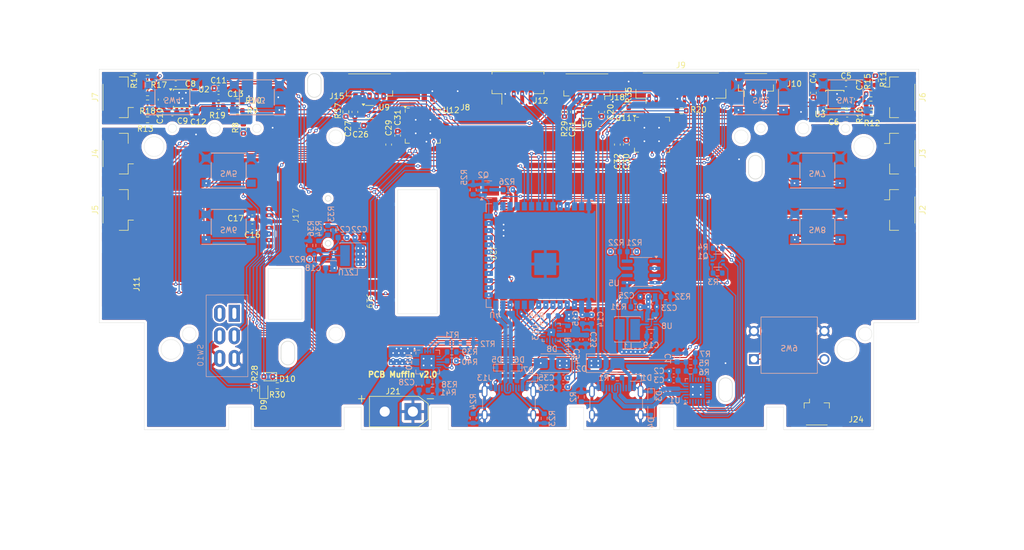
<source format=kicad_pcb>
(kicad_pcb (version 20240108) (generator "pcbnew") (generator_version "8.0")
  (layers (0 "F.Cu" signal) (1 "In1.Cu" power "POWER.cu") (2 "In2.Cu" power "GND.cu") (31 "B.Cu" signal) (34 "B.Paste" user) (35 "F.Paste" user) (36 "B.SilkS" user "B.Silkscreen") (37 "F.SilkS" user "F.Silkscreen") (38 "B.Mask" user) (39 "F.Mask" user) (44 "Edge.Cuts" user))
  (net 0 "")
  (net 1 "+3.3V")
  (net 2 "GND")
  (net 3 "Net-(J1-CC1)")
  (net 5 "Net-(J1-CC2)")
  (net 7 "SDA")
  (net 8 "SCL")
  (net 9 "VBATT")
  (net 10 "VBUS")
  (net 11 "Net-(U3-AIN1)")
  (net 12 "CHARGING_LED")
  (net 13 "~{RESET}")
  (net 14 "Net-(J6-Pin_1)")
  (net 15 "Net-(U3-AIN0)")
  (net 16 "Net-(J7-Pin_1)")
  (net 17 "PWR_SW_ON")
  (net 18 "CHG_DONE_LED")
  (net 19 "INTMOD_LED")
  (net 20 "PWR_EN")
  (net 22 "INT_PROTO_LED")
  (net 25 "~{PWR_SW_DET}")
  (net 26 "INTMOD_5V")
  (net 27 "Net-(U7-FB)")
  (net 29 "+5V")
  (net 30 "RXD0")
  (net 31 "TXD0")
  (net 32 "EXTMOD_5V")
  (net 33 "/Power/VLIPO")
  (net 34 "Net-(U1-VDD)")
  (net 35 "Net-(Q1A-B1)")
  (net 36 "/USB and ADC/~{DTR}")
  (net 37 "Net-(Q1B-B2)")
  (net 38 "/USB and ADC/~{RTS}")
  (net 39 "Net-(U1-VBUS)")
  (net 53 "Net-(U2-AIN2)")
  (net 55 "Net-(U2-AIN0)")
  (net 58 "Net-(U2-AIN1)")
  (net 59 "/USB and ADC/V_USB")
  (net 60 "EXTMOD_LED")
  (net 62 "Net-(J24-Pin_2)")
  (net 63 "Net-(R8-Pad1)")
  (net 64 "Net-(R10-Pad2)")
  (net 65 "~{ESP32_BOOT}")
  (net 66 "Net-(J24-Pin_1)")
  (net 67 "/USB and ADC/UART_USBD-")
  (net 68 "/USB and ADC/UART_USBD+")
  (net 69 "USBD+")
  (net 70 "USBD-")
  (net 71 "Net-(D7-A2)")
  (net 72 "/Power/3V3_EN")
  (net 73 "/GPIO_ext/G0A3")
  (net 74 "/GPIO_ext/G0A5")
  (net 75 "/GPIO_ext/G0A6")
  (net 76 "/GPIO_ext/G0A7")
  (net 77 "/GPIO_ext/G0B0")
  (net 78 "Net-(J6-Pin_3)")
  (net 79 "Net-(J6-Pin_2)")
  (net 80 "Net-(J7-Pin_3)")
  (net 81 "Net-(J7-Pin_2)")
  (net 82 "/GPIO_ext/G1A5")
  (net 83 "/GPIO_ext/G1A6")
  (net 84 "/GPIO_ext/G1A4")
  (net 85 "Net-(J9-Pin_4)")
  (net 88 "/ESP32 Core/GIMBAL_TX")
  (net 89 "/ESP32 Core/GIMBAL_RX")
  (net 91 "Net-(J13-CC1)")
  (net 93 "Net-(J13-CC2)")
  (net 94 "EXTMOD_RX")
  (net 95 "EXTMOD_TX")
  (net 97 "/ESP32 Core/SD_SCK")
  (net 99 "/ESP32 Core/SD_MOSI")
  (net 100 "/ESP32 Core/SD_CS")
  (net 101 "/ESP32 Core/SD_MISO")
  (net 102 "INTMOD_BOOT")
  (net 103 "INTMOD_RX")
  (net 104 "INTMOD_TX")
  (net 105 "/ESP32 Core/TOUCH_INT")
  (net 106 "/ESP32 Core/LCD_WR")
  (net 109 "/ESP32 Core/LCD_D5")
  (net 110 "/ESP32 Core/LCD_D7")
  (net 112 "/ESP32 Core/LCD_D1")
  (net 113 "/ESP32 Core/LEDK")
  (net 114 "/ESP32 Core/LCD_RS")
  (net 115 "/ESP32 Core/LCD_D4")
  (net 116 "/ESP32 Core/TE")
  (net 117 "/ESP32 Core/LCD_CS")
  (net 119 "/ESP32 Core/LCD_D2")
  (net 122 "/ESP32 Core/LCD_D0")
  (net 123 "/ESP32 Core/LCD_D3")
  (net 124 "/ESP32 Core/LCD_D6")
  (net 125 "Net-(U8-SW)")
  (net 126 "Net-(U7-SW)")
  (net 127 "/ESP32 Core/LED_ON")
  (net 128 "Net-(Q2-D)")
  (net 129 "PWR_GOOD_LED")
  (net 130 "Net-(U8-FB)")
  (net 131 "Net-(R33-Pad2)")
  (net 132 "Net-(U10-PROG1)")
  (net 133 "Net-(U10-STAT2)")
  (net 134 "Net-(U10-STAT1{slash}LBO)")
  (net 135 "Net-(U10-PROG3)")
  (net 136 "Net-(U13-~{SD_MODE})")
  (net 137 "Net-(U13-GAIN_SLOT)")
  (net 138 "Net-(RT1-Pad2)")
  (net 139 "Net-(U10-THERM)")
  (net 140 "/GPIO_ext/G1A1")
  (net 141 "/GPIO_ext/G1A0")
  (net 142 "/GPIO_ext/G1A3")
  (net 143 "/GPIO_ext/G1A2")
  (net 144 "/GPIO_ext/G0B1")
  (net 145 "/GPIO_ext/G0A2")
  (net 146 "/GPIO_ext/G0A1")
  (net 147 "/GPIO_ext/G1B0")
  (net 148 "I2S_LRCLK")
  (net 151 "I2S_DATA")
  (net 153 "I2S_BCLK")
  (net 157 "INTMOD_EN")
  (net 158 "5V_PWR_EN")
  (net 159 "EXTMOD_EN")
  (net 166 "/GPIO_ext/G0B2")
  (net 168 "/GPIO_ext/G0A4")
  (net 169 "/GPIO_ext/G0B5")
  (net 170 "/GPIO_ext/G0B3")
  (net 173 "/GPIO_ext/G0B4")
  (net 175 "/GPIO_ext/G0B6")
  (net 180 "/GPIO_ext/G1A7")
  (net 181 "EXTMOD_BOOT")
  (net 182 "/GPIO_ext/G1B7")
  (net 183 "/GPIO_ext/G0A0")
  (footprint "Package_DFN_QFN:QFN-28-1EP_6x6mm_P0.65mm_EP4.25x4.25mm" (layer "F.Cu") (at 107.45 60.0375)
    (property "Reference" "U12")
    (property "Value" "MCP23017_ML")
  )
  (footprint "Connector_JST:JST_GH_BM03B-GHS-TBT_1x03-1MP_P1.25mm_Vertical" (layer "F.Cu") (at 192.2 65 -90)
    (property "Reference" "J3")
    (property "Value" "SWA")
  )
  (footprint "Capacitor_SMD:C_0603_1608Metric" (layer "F.Cu") (at 134.2 57.6 90)
    (property "Reference" "C21")
    (property "Value" "0.1uF")
  )
  (footprint "Connector_JST:JST_GH_BM10B-GHS-TBT_1x10-1MP_P1.25mm_Vertical" (layer "F.Cu") (at 153.275 53.3)
    (property "Reference" "J9")
    (property "Value" "LEDs")
  )
  (footprint "Connector_JST:JST_ZH_B4B-ZR-SM4-TF_1x04-1MP_P1.50mm_Vertical" (layer "F.Cu") (at 124.35 53.7)
    (property "Reference" "J12")
    (property "Value" "Gimbal")
  )
  (footprint "Resistor_SMD:R_0603_1608Metric" (layer "F.Cu") (at 81.625 106.2)
    (property "Reference" "R30")
    (property "Value" "1K")
  )
  (footprint "Resistor_SMD:R_0603_1608Metric" (layer "F.Cu") (at 58.6 51.6 180)
    (property "Reference" "R14")
    (property "Value" "2.4K")
  )
  (footprint "Capacitor_SMD:C_0603_1608Metric" (layer "F.Cu") (at 63 57.8)
    (property "Reference" "C9")
    (property "Value" "0.1uF")
  )
  (footprint "my_footprints:JST_ZH1.50mm_6_PIN_Vertical" (layer "F.Cu") (at 109.15 50.5625)
    (property "Reference" "J8")
    (property "Value" "TRIMS")
  )
  (footprint "Capacitor_SMD:C_0603_1608Metric" (layer "F.Cu") (at 95.4 57.6 90)
    (property "Reference" "C27")
    (property "Value" "0.1uF")
  )
  (footprint "Connector_JST:JST_GH_BM03B-GHS-TBT_1x03-1MP_P1.25mm_Vertical" (layer "F.Cu") (at 53.3 75 90)
    (property "Reference" "J5")
    (property "Value" "SWD")
  )
  (footprint "Package_SO:TSSOP-10_3x3mm_P0.5mm" (layer "F.Cu") (at 180.6 55.4 180)
    (property "Reference" "U3")
    (property "Value" "ADS1015IDGS")
  )
  (footprint "Resistor_SMD:R_0603_1608Metric" (layer "F.Cu") (at 74.6 55.8 180)
    (property "Reference" "R10")
    (property "Value" "732K")
  )
  (footprint "Resistor_SMD:R_0603_1608Metric" (layer "F.Cu") (at 58.6 54.2 180)
    (property "Reference" "R17")
    (property "Value" "100")
  )
  (footprint "Capacitor_SMD:C_0603_1608Metric" (layer "F.Cu") (at 139.2 57.6 90)
    (property "Reference" "C20")
    (property "Value" "1uF")
  )
  (footprint "Resistor_SMD:R_0603_1608Metric" (layer "F.Cu") (at 187.2 57.8)
    (property "Reference" "R12")
    (property "Value" "2.4K")
  )
  (footprint "Connector_JST:JST_GH_BM03B-GHS-TBT_1x03-1MP_P1.25mm_Vertical" (layer "F.Cu") (at 192.2 75 -90)
    (property "Reference" "J2")
    (property "Value" "SWB")
  )
  (footprint "Capacitor_SMD:C_0603_1608Metric" (layer "F.Cu") (at 182.8 58)
    (property "Reference" "C6")
    (property "Value" "0.1uF")
  )
  (footprint "Capacitor_SMD:C_0603_1608Metric" (layer "F.Cu") (at 77.2 76.4 180)
    (property "Reference" "C17")
    (property "Value" "0.1uF")
  )
  (footprint "Resistor_SMD:R_0603_1608Metric" (layer "F.Cu") (at 58.6 56 180)
    (property "Reference" "R18")
    (property "Value" "100")
  )
  (footprint "Resistor_SMD:R_0603_1608Metric" (layer "F.Cu") (at 58.6 59)
    (property "Reference" "R13")
    (property "Value" "1.2K")
  )
  (footprint "Capacitor_SMD:C_0603_1608Metric" (layer "F.Cu") (at 103 61.8 -90)
    (property "Reference" "C31")
    (property "Value" "0.1uF")
  )
  (footprint "Connector_Molex:Molex_PicoBlade_53398-0571_1x05-1MP_P1.25mm_Vertical" (layer "F.Cu") (at 136.6 53.55 180)
    (property "Reference" "J18")
    (property "Value" "INTMOD")
  )
  (footprint "Resistor_SMD:R_0603_1608Metric" (layer "F.Cu") (at 187 56.2)
    (property "Reference" "R16")
    (property "Value" "100")
  )
  (footprint "Resistor_SMD:R_0603_1608Metric" (layer "F.Cu") (at 71.2 56.6)
    (property "Reference" "R19")
    (property "Value" "100")
  )
  (footprint "Resistor_SMD:R_0603_1608Metric" (layer "F.Cu") (at 93.8 57.6 -90)
    (property "Reference" "R37")
    (property "Value" "1K")
  )
  (footprint "Package_TO_SOT_SMD:SOT-363_SC-70-6" (layer "F.Cu") (at 136.8 57.6)
    (property "Reference" "U6")
    (property "Value" "SiP32431DR3")
  )
  (footprint "Resistor_SMD:R_0603_1608Metric" (layer "F.Cu") (at 187 54.4)
    (property "Reference" "R15")
    (property "Value" "100")
  )
  (footprint "Capacitor_SMD:C_0603_1608Metric" (layer "F.Cu") (at 143.6 63.4 -90)
    (property "Reference" "C30")
    (property "Value" "10uF")
  )
  (footprint "my_footprints:FPC_6PIN_BOTTOM" (layer "F.Cu") (at 96 91.2 -90)
    (property "Reference" "J19")
    (property "Value" "TouchPanel")
  )
  (footprint "my_footprints:MicroSD" (layer "F.Cu") (at 87.4 76 90)
    (property "Reference" "J17")
    (property "Value" "Micro_SD_Card")
    (fp_circle (center 3.05 3.25) (end 3.55 3.25) (stroke (width 0.1)) (fill none) (layer "Edge.Cuts"))
    (fp_circle (center -4.93 3.25) (end -4.43 3.25) (stroke (width 0.1)) (fill none) (layer "Edge.Cuts"))
  )
  (footprint "Capacitor_SMD:C_0603_1608Metric" (layer "F.Cu") (at 66.4 57.8)
    (property "Reference" "C12")
    (property "Value" "0.1uF")
  )
  (footprint "Connector_Molex:Molex_PicoBlade_53398-0271_1x02-1MP_P1.25mm_Vertical" (layer "F.Cu") (at 177.4 110.45)
    (property "Reference" "J24")
    (property "Value" "Speaker")
  )
  (footprint "my_footprints:JST_ZH1.50mm_6_PIN_Vertical" (layer "F.Cu") (at 50.1625 89.65 90)
    (property "Reference" "J11")
    (property "Value" "TRAINER")
  )
  (footprint "Package_SO:TSSOP-10_3x3mm_P0.5mm" (layer "F.Cu") (at 64.8 55.2)
    (property "Reference" "U2")
    (property "Value" "ADS1015IDGS")
  )
  (footprint "Resistor_SMD:R_0603_1608Metric" (layer "F.Cu") (at 153.4 57.4)
    (property "Reference" "R20")
    (property "Value" "1K")
  )
  (footprint "Connector_JST:JST_GH_BM03B-GHS-TBT_1x03-1MP_P1.25mm_Vertical" (layer "F.Cu") (at 53.3 55 90)
    (property "Reference" "J7")
    (property "Value" "VRB")
  )
  (footprint "Capacitor_SMD:C_0603_1608Metric" (layer "F.Cu") (at 61 55.4 -90)
    (property "Reference" "C10")
    (property "Value" "1uF")
  )
  (footprint "Capacitor_SMD:C_0603_1608Metric" (layer "F.Cu") (at 184.6 55.3 90)
    (property "Reference" "C7")
    (property "Value" "1uF")
  )
  (footprint "Connector_JST:JST_SH_BM04B-SRSS-TB_1x04-1MP_P1.00mm_Vertical" (layer "F.Cu") (at 166.6 52.8)
    (property "Reference" "J10")
    (property "Value" "I2C_STEMMA")
  )
  (footprint "Capacitor_SMD:C_0603_1608Metric" (layer "F.Cu") (at 71.2 55)
    (property "Reference" "C13")
    (property "Value" "1uF")
  )
  (footprint "Capacitor_SMD:C_0603_1608Metric" (layer "F.Cu") (at 77.2 78 180)
    (property "Reference" "C16")
    (property "Value" "10uF")
  )
  (footprint "Capacitor_SMD:C_0603_1608Metric" (layer "F.Cu") (at 101.4 63.4 -90)
    (property "Reference" "C29")
    (property "Value" "10uF")
  )
  (footprint "Capacitor_SMD:C_0603_1608Metric" (layer "F.Cu") (at 182.6 52.6 180)
    (property "Reference" "C5")
    (property "Value" "0.1uF")
  )
  (footprint "Resistor_SMD:R_0603_1608Metric" (layer "F.Cu") (at 187.8 52 90)
    (property "Reference" "R11")
    (property "Value" "1.2K")
  )
  (footprint "Capacitor_SMD:C_0603_1608Metric" (layer "F.Cu") (at 176.8 54.2 90)
    (property "Reference" "C4")
    (property "Value" "0.1uF")
  )
  (footprint "Capacitor_SMD:C_0603_1608Metric" (layer "F.Cu") (at 96.2 60 180)
    (property "Reference" "C26")
    (property "Value" "1uF")
  )
  (footprint "Resistor_SMD:R_0603_1608Metric" (layer "F.Cu") (at 74.6 57.4)
    (property "Reference" "R9")
    (property "Value" "1M")
  )
  (footprint "Resistor_SMD:R_0603_1608Metric" (layer "F.Cu") (at 75.6 60.6 -90)
    (property "Reference" "R8")
    (property "Value" "100K")
  )
  (footprint "Resistor_SMD:R_0603_1608Metric" (layer "F.Cu") (at 143.2 56.8 180)
    (property "Reference" "R35")
    (property "Value" "1K")
  )
  (footprint "Capacitor_SMD:C_0603_1608Metric" (layer "F.Cu") (at 71.2 53.4)
    (property "Reference" "C11")
    (property "Value" "0.1uF")
  )
  (footprint "Resistor_SMD:R_0603_1608Metric" (layer "F.Cu") (at 132.6 57.6 -90)
    (property "Reference" "R29")
    (property "Value" "1K")
  )
  (footprint "Connector_AMASS:AMASS_XT30UPB-M_1x02_P5.0mm_Vertical" (layer "F.Cu") (at 105.7 110.8 180)
    (property "Reference" "J21")
    (property "Value" "LIPO")
  )
  (footprint "Capacitor_SMD:C_0603_1608Metric" (layer "F.Cu") (at 142 63.4 -90)
    (property "Reference" "C32")
    (property "Value" "0.1uF")
  )
  (footprint "Package_TO_SOT_SMD:SOT-363_SC-70-6" (layer "F.Cu") (at 98 57.6)
    (property "Reference" "U9")
    (property "Value" "SiP32431DR3")
  )
  (footprint "Capacitor_SMD:C_0603_1608Metric" (layer "F.Cu") (at 63.6 52.6 180)
    (property "Reference" "C8")
    (property "Value" "0.1uF")
  )
  (footprint "Connector_JST:JST_GH_BM03B-GHS-TBT_1x03-1MP_P1.25mm_Vertical" (layer "F.Cu") (at 53.3 65 90)
    (property "Reference" "J4")
    (property "Value" "SWC")
  )
  (footprint "Connector_Molex:Molex_PicoBlade_53398-0571_1x05-1MP_P1.25mm_Vertical" (layer "F.Cu") (at 98 53.55 180)
    (property "Reference" "J15")
    (property "Value" "EXTMOD")
  )
  (footprint "Package_DFN_QFN:QFN-28-1EP_6x6mm_P0.65mm_EP4.25x4.25mm" (layer "F.Cu") (at 148.15 61.6375)
    (property "Reference" "U11")
    (property "Value" "MCP23017_ML")
  )
  (footprint "my_footprints:FPC_40PIN_TOP" (layer "F.Cu") (at 120.4875 82.65 -90)
    (property "Reference" "J20")
    (property "Value" "LCD")
  )
  (footprint "LED_SMD:LED_0603_1608Metric" (layer "F.Cu") (at 80.025 104.6 180)
    (property "Reference" "D10")
    (property "Value" "LED")
  )
  (footprint "LED_SMD:LED_0603_1608Metric" (layer "F.Cu") (at 79.225 107 90)
    (property "Reference" "D9")
    (property "Value" "LED")
  )
  (footprint "Resistor_SMD:R_0603_1608Metric" (layer "F.Cu") (at 77.625 107 -90)
    (property "Reference" "R28")
    (property "Value" "1M")
  )
  (footprint "Connector_JST:JST_GH_BM03B-GHS-TBT_1x03-1MP_P1.25mm_Vertical" (layer "F.Cu") (at 192.2 55 -90)
    (property "Reference" "J6")
    (property "Value" "VRA")
  )
  (footprint "Package_TO_SOT_SMD:SOT-363_SC-70-6" (layer "B.Cu") (at 159.8 84 180)
    (property "Reference" "Q1")
    (property "Value" "MBT3904DW1")
  )
  (footprint "my_footprints:SW_6.2mm" (layer "B.Cu") (at 63 55)
    (property "Reference" "SW4")
    (property "Value" "TRIM_AIL_RIGHT" (hide yes))
  )
  (footprint "my_footprints:my_USB_C_Receptacle_GCT_USB4105-xx-A_16P_TopMnt_Horizontal" (layer "B.Cu") (at 122.75 110.3 180)
    (property "Reference" "J13")
    (property "Value" "USB_C")
  )
  (footprint "Capacitor_SMD:C_0603_1608Metric" (layer "B.Cu") (at 152 105.2 180)
    (property "Reference" "C3")
    (property "Value" "1uF")
  )
  (footprint "Resistor_SMD:R_0603_1608Metric" (layer "B.Cu") (at 135.6 108.2 -90)
    (property "Reference" "R2")
    (property "Value" "5.1K")
  )
  (footprint "Diode_SMD:D_SMA" (layer "B.Cu") (at 140 102.2)
    (property "Reference" "D2")
    (property "Value" "SS14")
  )
  (footprint "Resistor_SMD:R_0603_1608Metric" (layer "B.Cu") (at 116.4 71.4 90)
    (property "Reference" "R25")
    (property "Value" "100K")
  )
  (footprint "Resistor_SMD:R_0603_1608Metric" (layer "B.Cu") (at 155 102)
    (property "Reference" "R5")
    (property "Value" "100K")
  )
  (footprint "Resistor_SMD:R_0603_1608Metric" (layer "B.Cu") (at 90.6 78.6 -90)
    (property "Reference" "R33")
    (property "Value" "430K")
  )
  (footprint "Capacitor_SMD:C_0603_1608Metric" (layer "B.Cu") (at 136.4 98 -90)
    (property "Reference" "C33")
    (property "Value" "10uF")
  )
  (footprint "Resistor_SMD:R_0603_1608Metric" (layer "B.Cu") (at 109.2 107)
    (property "Reference" "R41")
    (property "Value" "100K")
  )
  (footprint "Package_DFN_QFN:QFN-24-1EP_4x4mm_P0.5mm_EP2.6x2.6mm" (layer "B.Cu") (at 156.15 107.0625)
    (property "Reference" "U1")
    (property "Value" "CP2102N-Axx-xQFN24")
  )
  (footprint "Package_DFN_QFN:QFN-20-1EP_4x4mm_P0.5mm_EP2.5x2.5mm" (layer "B.Cu") (at 108.3375 102 -90)
    (property "Reference" "U10")
    (property "Value" "MCP73871")
  )
  (footprint "Resistor_SMD:R_0603_1608Metric" (layer "B.Cu") (at 122.6 71.4 180)
    (property "Reference" "R26")
    (property "Value" "10")
  )
  (footprint "Resistor_SMD:R_0603_1608Metric" (layer "B.Cu") (at 112.6 100.2 180)
    (property "Reference" "R39")
    (property "Value" "1K")
  )
  (footprint "my_footprints:SW_6.2mm" (layer "B.Cu") (at 167.5 55)
    (property "Reference" "SW2")
    (property "Value" "TRIM_RUD_RIGHT" (hide yes))
  )
  (footprint "Resistor_SMD:R_0603_1608Metric" (layer "B.Cu") (at 109.2 105.4)
    (property "Reference" "R38")
    (property "Value" "1K")
  )
  (footprint "my_footprints:SW_6.2mm" (layer "B.Cu") (at 177.5 78)
    (property "Reference" "SW8")
    (property "Value" "KEY_DOWN" (hide yes))
  )
  (footprint "Resistor_SMD:R_0603_1608Metric" (layer "B.Cu") (at 88.2 83.7)
    (property "Reference" "R27")
    (property "Value" "100K")
  )
  (footprint "Capacitor_SMD:C_0603_1608Metric" (layer "B.Cu") (at 134.8 98 -90)
    (property "Reference" "C34")
    (property "Value" "0.1uF")
  )
  (footprint "Diode_SMD:D_SOD-523" (layer "B.Cu") (at 126.6 104.8 180)
    (property "Reference" "D7")
    (property "Value" "LESD5D5.0CT1G")
  )
  (footprint "Resistor_SMD:R_0603_1608Metric" (layer "B.Cu") (at 145.2 92.2 180)
    (property "Reference" "R31")
    (property "Value" "732K")
  )
  (footprint "Resistor_SMD:R_0603_1608Metric" (layer "B.Cu") (at 155 103.6)
    (property "Reference" "R6")
    (property "Value" "100K")
  )
  (footprint "Resistor_SMD:R_0603_1608Metric" (layer "B.Cu") (at 150.6 90.4)
    (property "Reference" "R32")
    (property "Value" "100K")
  )
  (footprint "Package_DFN_QFN:TQFN-16-1EP_3x3mm_P0.5mm_EP1.23x1.23mm" (layer "B.Cu") (at 130.25 96.71 -90)
    (property "Reference" "U13")
    (property "Value" "MAX98357A")
  )
  (footprint "Diode_SMD:D_SOD-523" (layer "B.Cu") (at 123.8 103 180)
    (property "Reference" "D6")
    (property "Value" "LESD5D5.0CT1G")
  )
  (footprint "Capacitor_SMD:C_0603_1608Metric" (layer "B.Cu") (at 135.8 94.4 -90)
    (property "Reference" "C15")
    (property "Value" "0.1uF")
  )
  (footprint "Resistor_SMD:R_0603_1608Metric" (layer "B.Cu") (at 141.6 82.4)
    (property "Reference" "R22")
    (property "Value" "1.5K")
  )
  (footprint "Capacitor_SMD:C_0603_1608Metric" (layer "B.Cu") (at 132.4 106.4 180)
    (property "Reference" "C36")
    (property "Value" "220pF")
  )
  (footprint "Resistor_SMD:R_0603_1608Metric" (layer "B.Cu") (at 129 112 90)
    (property "Reference" "R23")
    (property "Value" "5.1K")
  )
  (footprint "my_footprints:DMQ_6" (layer "B.Cu") (at 91.2 83.1)
    (property "Reference" "U7")
    (property "Value" "TPS62827DMQR")
  )
  (footprint "Capacitor_SMD:C_0603_1608Metric" (layer "B.Cu") (at 152 103.6 180)
    (property "Reference" "C2")
    (property "Value" "0.1uF")
  )
  (footprint "Resistor_SMD:R_0603_1608Metric" (layer "B.Cu") (at 116.4 112 90)
    (property "Reference" "R24")
    (property "Value" "5.1K")
  )
  (footprint "Capacitor_SMD:C_0603_1608Metric" (layer "B.Cu") (at 132.4 104.8 180)
    (property "Reference" "C35")
    (property "Value" "220pF")
  )
  (footprint "Capacitor_SMD:C_0603_1608Metric" (layer "B.Cu") (at 152.6 101.2 90)
    (property "Reference" "C1")
    (property "Value" "0.1uF")
  )
  (footprint "my_footprints:SW_6.2mm" (layer "B.Cu") (at 177.5 68)
    (property "Reference" "SW7")
    (property "Value" "KEY_UP" (hide yes))
  )
  (footprint "Resistor_SMD:R_0603_1608Metric" (layer "B.Cu") (at 115.6 98.6)
    (property "Reference" "RT2")
    (property "Value" "10K")
  )
  (footprint "Resistor_SMD:R_0603_1608Metric" (layer "B.Cu") (at 142 104.8)
    (property "Reference" "R1")
    (property "Value" "5.1K")
  )
  (footprint "my_footprints:SW_6.2mm" (layer "B.Cu") (at 78 55)
    (property "Reference" "SW3")
    (property "Value" "TRIM_AIL_LEFT" (hide yes))
  )
  (footprint "Diode_SMD:D_SOD-523" (layer "B.Cu") (at 148 108 -90)
    (property "Reference" "D3")
    (property "Value" "LESD5D5.0CT1G")
  )
  (footprint "Resistor_SMD:R_0603_1608Metric" (layer "B.Cu") (at 112.6 98.6)
    (property "Reference" "RT1")
    (property "Value" "0")
  )
  (footprint "Diode_SMD:D_SMA" (layer "B.Cu") (at 130.4 102.2 180)
    (property "Reference" "D8")
    (property "Value" "SS14")
  )
  (footprint "Capacitor_SMD:C_0603_1608Metric" (layer "B.Cu") (at 148 97.4 180)
    (property "Reference" "C19")
    (property "Value" "10uF")
  )
  (footprint "Package_TO_SOT_SMD:SOT-23" (layer "B.Cu") (at 119.0625 71.4)
    (property "Reference" "Q2")
    (property "Value" "AO3400A")
  )
  (footprint "Capacitor_SMD:C_0603_1608Metric" (layer "B.Cu") (at 91 85.3 180)
    (property "Reference" "C18")
    (property "Value" "4.7uF")
  )
  (footprint "Resistor_SMD:R_0603_1608Metric" (layer "B.Cu") (at 133.2 96.4 90)
    (property "Reference" "R44")
    (property "Value" "0")
  )
  (footprint "my_footprints:SW_6.2mm" (layer "B.Cu") (at 73 78)
    (property "Reference" "SW6")
    (property "Value" "KEY_EXIT" (hide yes))
  )
  (footprint "my_footprints:ESP32-S3-WROOM-1U" (layer "B.Cu") (at 128.51 83.095606 90)
    (property "Reference" "U4")
    (property "Value" "ESP32-S3-WROOM-1U")
  )
  (footprint "Resistor_SMD:R_0603_1608Metric" (layer "B.Cu") (at 112.6 101.8 180)
    (property "Reference" "R40")
    (property "Value" "1K")
  )
  (footprint "Resistor_SMD:R_0603_1608Metric" (layer "B.Cu") (at 144.6 82.4 180)
    (property "Reference" "R21")
    (property "Value" "1.5K")
  )
  (footprint "Inductor_SMD:L_Cenker_CKCS4020" (layer "B.Cu") (at 95 83.1)
    (property "Reference" "L2")
    (property "Value" "0.47uH")
  )
  (footprint "Resistor_SMD:R_0603_1608Metric" (layer "B.Cu") (at 89 81.3 -90)
    (property "Reference" "R34")
    (property "Value" "20K")
  )
  (footprint "Capacitor_SMD:C_0603_1608Metric" (layer "B.Cu") (at 137.4 94.4 -90)
    (property "Reference" "C14")
    (property "Value" "10uF")
  )
  (footprint "my_footprints:my_USB_C_Receptacle_GCT_USB4105-xx-A_16P_TopMnt_Horizontal" (layer "B.Cu") (at 141.8 110.3 180)
    (property "Reference" "J1" (hide yes))
    (property "Value" "USB_C")
  )
  (footprint "my_footprints:SW_12mm" (layer "B.Cu") (at 172.5 99)
    (property "Reference" "SW9")
    (property "Value" "KEY_MENU" (hide yes))
  )
  (footprint "Package_TO_SOT_SMD:Texas_R-PDSO-N6_DRL-6" (layer "B.Cu") (at 148 95.3 180)
    (property "Reference" "U8")
    (property "Value" "TPS61023DRLR")
  )
  (footprint "Inductor_SMD:L_Cenker_CKCS4020" (layer "B.Cu") (at 143.8 96.2)
    (property "Reference" "L1")
    (property "Value" "1uH")
  )
  (footprint "Capacitor_SMD:C_0603_1608Metric" (layer "B.Cu") (at 96.2 79.9 180)
    (property "Reference" "C22")
    (property "Value" "22uF")
  )
  (footprint "my_footprints:SW_6.2mm" (layer "B.Cu") (at 73 68)
    (property "Reference" "SW5")
    (property "Value" "KEY_ENTER" (hide yes))
  )
  (footprint "Diode_SMD:D_SOD-523" (layer "B.Cu") (at 148 110.6 90)
    (property "Reference" "D4")
    (property "Value" "LESD5D5.0CT1G")
  )
  (footprint "my_footprints:SW_SLIDE_DPDT_7mm" (layer "B.Cu") (at 72.7 97.35 -90)
    (property "Reference" "SW10")
    (property "Value" "SW_Slide_DPDT")
  )
  (footprint "Diode_SMD:D_SOD-523" (layer "B.Cu") (at 121.3 103)
    (property "Reference" "D5")
    (property "Value" "LESD5D5.0CT1G")
  )
  (footprint "Resistor_SMD:R_0603_1608Metric" (layer "B.Cu") (at 159.8 81.8 180)
    (property "Reference" "R4")
    (property "Value" "10K")
  )
  (footprint "Package_SO:SOIC-8_3.9x4.9mm_P1.27mm" (layer "B.Cu") (at 146.2 86 180)
    (property "Reference" "U5")
    (property "Value" "DS3231MZ")
  )
  (footprint "my_footprints:SW_6.2mm" (layer "B.Cu") (at 182.5 55)
    (property "Reference" "SW1")
    (property "Value" "TRRIM_RUD_LEFT" (hide yes))
  )
  (footprint "Resistor_SMD:R_0603_1608Metric" (layer "B.Cu") (at 130.6 93.8 180)
    (property "Reference" "R45")
    (property "Value" "NP")
  )
  (footprint "Capacitor_SMD:C_0603_1608Metric" (layer "B.Cu") (at 148.2 92.2)
    (property "Reference" "C23")
    (property "Value" "22uF")
  )
  (footprint "Capacitor_SMD:C_0603_1608Metric" (layer "B.Cu") (at 146.8 90.4 180)
    (property "Reference" "C25")
    (property "Value" "22uF")
  )
  (footprint "Resistor_SMD:R_0603_1608Metric" (layer "B.Cu") (at 155 100.4)
    (property "Reference" "R7")
    (property "Value" "100K")
  )
  (footprint "Diode_SMD:D_SOD-523" (layer "B.Cu") (at 145 104.8 180)
    (property "Reference" "D1")
    (property "Value" "LESD5D5.0CT1G")
  )
  (footprint "Resistor_SMD:R_0603_1608Metric" (layer "B.Cu") (at 159.8 86.2)
    (property "Reference" "R3")
    (property "Value" "10K")
  )
  (footprint "Resistor_SMD:R_0603_1608Metric" (layer "B.Cu") (at 87.4 81.3 90)
    (property "Reference" "R36")
    (property "Value" "100K")
  )
  (footprint "Capacitor_SMD:C_0603_1608Metric" (layer "B.Cu") (at 93.2 79.9 180)
    (property "Reference" "C24")
    (property "Value" "120pF")
  )
  (footprint "Capacitor_SMD:C_0603_1608Metric" (layer "B.Cu") (at 106.8 106.2 -90)
    (property "Reference" "C28")
    (property "Value" "10uF")
  )
  (gr_line (start 58 95) (end 50 95) (stroke (width 0.05)) (layer "Edge.Cuts"))
  (gr_line (start 187.5 95) (end 187.5 114) (stroke (width 0.05)) (layer "Edge.Cuts"))
  (gr_line (start 133.5 110) (end 136 110) (stroke (width 0.05)) (layer "Edge.Cuts"))
  (gr_circle (center 92 62) (end 90.8 62) (stroke (width 0.05)) (fill none) (layer "Edge.Cuts"))
  (gr_line (start 195.5 95) (end 187.5 95) (stroke (width 0.05)) (layer "Edge.Cuts"))
  (gr_line (start 77 114) (end 77 110) (stroke (width 0.05)) (layer "Edge.Cuts"))
  (gr_line (start 93.5 110) (end 96.5 110) (stroke (width 0.05)) (layer "Edge.Cuts"))
  (gr_rect (start 80 85.4) (end 86 94.4) (stroke (width 0.05)) (fill none) (layer "Edge.Cuts"))
  (gr_rect (start 103 71.4) (end 110 93.4) (stroke (width 0.05)) (fill none) (layer "Edge.Cuts"))
  (gr_line (start 167.7 68.3) (end 167.7 66.5) (stroke (width 0.1)) (layer "Edge.Cuts"))
  (gr_circle (center 175 60.5) (end 174 60.5) (stroke (width 0.05)) (fill none) (layer "Edge.Cuts"))
  (gr_arc (start 84.7 101.3) (mid 83.5 102.5) (end 82.3 101.3) (stroke (width 0.1)) (layer "Edge.Cuts"))
  (gr_line (start 109 114) (end 109 110) (stroke (width 0.05)) (layer "Edge.Cuts"))
  (gr_circle (center 62.75 99.75) (end 64.5 99.75) (stroke (width 0.05)) (fill none) (layer "Edge.Cuts"))
  (gr_arc (start 82.3 99.5) (mid 83.5 98.3) (end 84.7 99.5) (stroke (width 0.1)) (layer "Edge.Cuts"))
  (gr_line (start 162.4 107.8) (end 162.4 106) (stroke (width 0.1)) (layer "Edge.Cuts"))
  (gr_line (start 136 110) (end 136 114) (stroke (width 0.05)) (layer "Edge.Cuts"))
  (gr_line (start 96.5 110) (end 96.5 114) (stroke (width 0.05)) (layer "Edge.Cuts"))
  (gr_line (start 96.5 114) (end 109 114) (stroke (width 0.05)) (layer "Edge.Cuts"))
  (gr_line (start 84.7 101.3) (end 84.7 99.5) (stroke (width 0.1)) (layer "Edge.Cuts"))
  (gr_circle (center 63 60.5) (end 62.25 60.5) (stroke (width 0.05)) (fill none) (layer "Edge.Cuts"))
  (gr_arc (start 162.4 107.8) (mid 161.2 109) (end 160 107.8) (stroke (width 0.1)) (layer "Edge.Cuts"))
  (gr_line (start 58 114) (end 73 114) (stroke (width 0.05)) (layer "Edge.Cuts"))
  (gr_line (start 171.5 114) (end 187.5 114) (stroke (width 0.05)) (layer "Edge.Cuts"))
  (gr_line (start 73 114) (end 73 110) (stroke (width 0.05)) (layer "Edge.Cuts"))
  (gr_circle (center 167.5 60.5) (end 166.75 60.5) (stroke (width 0.05)) (fill none) (layer "Edge.Cuts"))
  (gr_line (start 58 114) (end 58 95) (stroke (width 0.05)) (layer "Edge.Cuts"))
  (gr_arc (start 165.3 66.5) (mid 166.5 65.3) (end 167.7 66.5) (stroke (width 0.1)) (layer "Edge.Cuts"))
  (gr_circle (center 70.5 60.5) (end 69.5 60.5) (stroke (width 0.05)) (fill none) (layer "Edge.Cuts"))
  (gr_line (start 168.5 110) (end 171.5 110) (stroke (width 0.05)) (layer "Edge.Cuts"))
  (gr_circle (center 92 97) (end 90.8 97) (stroke (width 0.05)) (fill none) (layer "Edge.Cuts"))
  (gr_circle (center 182.5 60.5) (end 181.75 60.5) (stroke (width 0.05)) (fill none) (layer "Edge.Cuts"))
  (gr_line (start 149.5 110) (end 152 110) (stroke (width 0.05)) (layer "Edge.Cuts"))
  (gr_circle (center 59.75 63.75) (end 61.5 63.75) (stroke (width 0.05)) (fill none) (layer "Edge.Cuts"))
  (gr_line (start 112 114) (end 112 110) (stroke (width 0.05)) (layer "Edge.Cuts"))
  (gr_line (start 152 114) (end 152 110) (stroke (width 0.05)) (layer "Edge.Cuts"))
  (gr_circle (center 186 97) (end 184.8 97) (stroke (width 0.05)) (fill none) (layer "Edge.Cuts"))
  (gr_circle (center 66 97) (end 64.8 97) (stroke (width 0.05)) (fill none) (layer "Edge.Cuts"))
  (gr_line (start 168.5 114) (end 168.5 110) (stroke (width 0.05)) (layer "Edge.Cuts"))
  (gr_line (start 136 114) (end 149.5 114) (stroke (width 0.05)) (layer "Edge.Cuts"))
  (gr_arc (start 87 52) (mid 88.2 50.8) (end 89.4 52) (stroke (width 0.1)) (layer "Edge.Cuts"))
  (gr_line (start 133.5 114) (end 133.5 110) (stroke (width 0.05)) (layer "Edge.Cuts"))
  (gr_circle (center 78 60.5) (end 77.25 60.5) (stroke (width 0.05)) (fill none) (layer "Edge.Cuts"))
  (gr_circle (center 182.75 99.75) (end 184.5 99.75) (stroke (width 0.05)) (fill none) (layer "Edge.Cuts"))
  (gr_line (start 152 114) (end 168.5 114) (stroke (width 0.05)) (layer "Edge.Cuts"))
  (gr_line (start 165.3 68.3) (end 165.3 66.5) (stroke (width 0.1)) (layer "Edge.Cuts"))
  (gr_line (start 93.5 114) (end 93.5 110) (stroke (width 0.05)) (layer "Edge.Cuts"))
  (gr_line (start 73 110) (end 77 110) (stroke (width 0.05)) (layer "Edge.Cuts"))
  (gr_line (start 109 110) (end 112 110) (stroke (width 0.05)) (layer "Edge.Cuts"))
  (gr_line (start 160 107.8) (end 160 106) (stroke (width 0.1)) (layer "Edge.Cuts"))
  (gr_line (start 89.4 53.8) (end 89.4 52) (stroke (width 0.1)) (layer "Edge.Cuts"))
  (gr_arc (start 160 106) (mid 161.2 104.8) (end 162.4 106) (stroke (width 0.1)) (layer "Edge.Cuts"))
  (gr_line (start 50 95) (end 50 50) (stroke (width 0.05)) (layer "Edge.Cuts"))
  (gr_line (start 87 53.8) (end 87 52) (stroke (width 0.1)) (layer "Edge.Cuts"))
  (gr_line (start 171.5 114) (end 171.5 110) (stroke (width 0.05)) (layer "Edge.Cuts"))
  (gr_line (start 50 50) (end 195.5 50) (stroke (width 0.05)) (layer "Edge.Cuts"))
  (gr_arc (start 89.4 53.8) (mid 88.2 55) (end 87 53.8) (stroke (width 0.1)) (layer "Edge.Cuts"))
  (gr_circle (center 164 62) (end 162.8 62) (stroke (width 0.05)) (fill none) (layer "Edge.Cuts"))
  (gr_arc (start 167.7 68.3) (mid 166.5 69.5) (end 165.3 68.3) (stroke (width 0.1)) (layer "Edge.Cuts"))
  (gr_line (start 112 114) (end 133.5 114) (stroke (width 0.05)) (layer "Edge.Cuts"))
  (gr_line (start 195.5 50) (end 195.5 95) (stroke (width 0.05)) (layer "Edge.Cuts"))
  (gr_line (start 149.5 114) (end 149.5 110) (stroke (width 0.05)) (layer "Edge.Cuts"))
  (gr_line (start 77 114) (end 93.5 114) (stroke (width 0.05)) (layer "Edge.Cuts"))
  (gr_circle (center 185.75 63.75) (end 187.5 63.75) (stroke (width 0.05)) (fill none) (layer "Edge.Cuts"))
  (gr_line (start 82.3 101.3) (end 82.3 99.5) (stroke (width 0.1)) (layer "Edge.Cuts"))
  (gr_text "PCB Muffin v2.0" (at 97.6 104.8 0) (layer "F.SilkS") (effects (font (size 1 1) (thickness 0.25) (bold yes)) (justify left bottom)))
  (segment (start 60.4 51.6) (end 59.425 51.6) (width 0.6) (layer "F.Cu") (net 1))
  (segment (start 77.975 76.4) (end 77.975 78) (width 0.6) (layer "F.Cu") (net 1))
  (segment (start 80.15 77.05) (end 92.65 77.05) (width 0.6) (layer "F.Cu") (net 1))
  (segment (start 80.15 77.05) (end 78.625 77.05) (width 0.6) (layer "F.Cu") (net 1))
  (segment (start 78.625 77.05) (end 77.975 76.4) (width 0.6) (layer "F.Cu") (net 1))
  (segment (start 103 61.025) (end 103.575 61.025) (width 0.3) (layer "F.Cu") (net 1))
  (segment (start 123.2 88.9175) (end 122.7175 89.4) (width 0.3) (layer "F.Cu") (net 1))
  (segment (start 70.425 53.4) (end 68.625 55.2) (width 0.25) (layer "F.Cu") (net 1))
  (segment (start 120.8375 76.4) (end 121.8275 76.4) (width 0.3) (layer "F.Cu") (net 1))
  (segment (start 120.4 75.8625) (end 120.4 74.4375) (width 0.3) (layer "F.Cu") (net 1))
  (segment (start 142 62.625) (end 143.6 62.625) (width 0.3) (layer "F.Cu") (net 1))
  (segment (start 120.405757 75.595608) (end 120.405757 75.968257) (width 0.3) (layer "F.Cu") (net 1))
  (segment (start 103 61.025) (end 101.4 62.625) (width 0.3) (layer "F.Cu") (net 1))
  (segment (start 182.75 56.4) (end 180.6 56.4) (width 0.2) (layer "F.Cu") (net 1))
  (segment (start 95.425 79.825) (end 95.425 79.9) (width 0.6) (layer "F.Cu") (net 1))
  (segment (start 121.8275 73.4) (end 121.4375 73.4) (width 0.2) (layer "F.Cu") (net 1))
  (segment (start 120.405757 75.856743) (end 120.4 75.8625) (width 0.2) (layer "F.Cu") (net 1))
  (segment (start 187.8 51.175) (end 187.8 51.0875) (width 0.6) (layer "F.Cu") (net 1))
  (segment (start 92.65 77.05) (end 95.425 79.825) (width 0.6) (layer "F.Cu") (net 1))
  (segment (start 123.2 87.2) (end 122.9 86.9) (width 0.3) (layer "F.Cu") (net 1))
  (segment (start 122.7175 89.4) (end 121.8275 89.4) (width 0.3) (layer "F.Cu") (net 1))
  (segment (start 60.8 51.2) (end 60.4 51.6) (width 0.6) (layer "F.Cu") (net 1))
  (segment (start 121.4375 73.4) (end 120.91875 73.91875) (width 0.3) (layer "F.Cu") (net 1))
  (segment (start 120.9375 73.9) (end 121.8275 73.9) (width 0.3) (layer "F.Cu") (net 1))
  (segment (start 178.45 55.4) (end 177.2 55.4) (width 0.25) (layer "F.Cu") (net 1))
  (segment (start 120.405757 75.968257) (end 120.8375 76.4) (width 0.3) (layer "F.Cu") (net 1))
  (segment (start 145.3125 62.2875) (end 143.8625 62.2875) (width 0.3) (layer "F.Cu") (net 1))
  (segment (start 123.2 87.2) (end 123.2 88.9175) (width 0.3) (layer "F.Cu") (net 1))
  (segment (start 121.8275 73.4) (end 121.8275 73.9) (width 0.2) (layer "F.Cu") (net 1))
  (segment (start 122.2175 89.9) (end 123.2 88.9175) (width 0.3) (layer "F.Cu") (net 1))
  (segment (start 177.2 55.4) (end 176.8 55) (width 0.25) (layer "F.Cu") (net 1))
  (segment (start 121.8275 89.9) (end 122.2175 89.9) (width 0.2) (layer "F.Cu") (net 1))
  (segment (start 178.45 55.4) (end 179.6 55.4) (width 0.25) (layer "F.Cu") (net 1))
  (segment (start 180.6 56.4) (end 179.6 55.4) (width 0.2) (layer "F.Cu") (net 1))
  (segment (start 120.4 74.4375) (end 120.91875 73.91875) (width 0.3) (layer "F.Cu") (net 1))
  (segment (start 103.9125 60.6875) (end 104.6125 60.6875) (width 0.3) (layer "F.Cu") (net 1))
  (segment (start 103.575 61.025) (end 103.9125 60.6875) (width 0.3) (layer "F.Cu") (net 1))
  (segment (start 120.405757 75.595608) (end 120.405757 75.856743) (width 0.2) (layer "F.Cu") (net 1))
  (segment (start 100.85 89.799998) (end 100.85 89.95) (width 0.2) (layer "F.Cu") (net 1))
  (segment (start 120.91875 73.91875) (end 120.9375 73.9) (width 0.3) (layer "F.Cu") (net 1))
  (segment (start 121.8275 89.9) (end 121.8275 89.4) (width 0.2) (layer "F.Cu") (net 1))
  (segment (start 68.625 55.2) (end 67.1 55.2) (width 0.25) (layer "F.Cu") (net 1))
  (segment (start 122.9 86.9) (end 121.8275 86.9) (width 0.3) (layer "F.Cu") (net 1))
  (via (at 96.8 82.8) (size 0.6) (drill 0.3) (layers "F.Cu" "B.Cu") (net 1))
  (via (at 166.1 54.125) (size 0.6) (drill 0.3) (layers "F.Cu" "B.Cu") (net 1))
  (via (at 140.775 82.4) (size 0.6) (drill 0.3) (layers "F.Cu" "B.Cu") (net 1))
  (via (at 148.2 65.2) (size 0.6) (drill 0.3) (layers "F.Cu" "B.Cu") (net 1))
  (via (at 96 83.8) (size 0.6) (drill 0.3) (layers "F.Cu" "B.Cu") (net 1))
  (via (at 96 82.8) (size 0.6) (drill 0.3) (layers "F.Cu" "B.Cu") (net 1))
  (via (at 96 84.6) (size 0.6) (drill 0.3) (layers "F.Cu" "B.Cu") (net 1))
  (via (at 126.6 54.4) (size 0.6) (drill 0.3) (layers "F.Cu" "B.Cu") (net 1))
  (via (at 100.85 89.799998) (size 0.6) (drill 0.3) (layers "F.Cu" "B.Cu") (net 1))
  (via (at 145.425 82.4) (size 0.6) (drill 0.3) (layers "F.Cu" "B.Cu") (net 1))
  (via (at 70.425 53.4) (size 0.6) (drill 0.3) (layers "F.Cu" "B.Cu") (net 1))
  (via (at 143.6 62.625) (size 0.6) (drill 0.3) (layers "F.Cu" "B.Cu") (net 1))
  (via (at 96.8 84.6) (size 0.6) (drill 0.3) (layers "F.Cu" "B.Cu") (net 1))
  (via (at 93.975 79.9) (size 0.6) (drill 0.3) (layers "F.Cu" "B.Cu") (net 1))
  (via (at 96 81.8) (size 0.6) (drill 0.3) (layers "F.Cu" "B.Cu") (net 1))
  (via (at 120.405757 75.595608) (size 0.6) (drill 0.3) (layers "F.Cu" "B.Cu") (net 1))
  (via (at 96.8 83.8) (size 0.6) (drill 0.3) (layers "F.Cu" "B.Cu") (net 1))
  (via (at 96.8 81.8) (size 0.6) (drill 0.3) (layers "F.Cu" "B.Cu") (net 1))
  (via (at 103 61.025) (size 0.6) (drill 0.3) (layers "F.Cu" "B.Cu") (net 1))
  (via (at 60.8 51.2) (size 0.6) (drill 0.3) (layers "F.Cu" "B.Cu") (net 1))
  (via (at 137.4 93.6) (size 0.6) (drill 0.3) (layers "F.Cu" "B.Cu") (net 1))
  (via (at 95.425 79.9) (size 0.6) (drill 0.3) (layers "F.Cu" "B.Cu") (net 1))
  (via (at 187.8 51.175) (size 0.6) (drill 0.3) (layers "F.Cu" "B.Cu") (net 1))
  (via (at 148.6 85.4) (size 0.6) (drill 0.3) (layers "F.Cu" "B.Cu") (net 1))
  (via (at 135.8 93.6) (size 0.6) (drill 0.3) (layers "F.Cu" "B.Cu") (net 1))
  (via (at 176.8 55) (size 0.6) (drill 0.3) (layers "F.Cu" "B.Cu") (net 1))
  (via (at 123.2 87.2) (size 0.6) (drill 0.3) (layers "F.Cu" "B.Cu") (net 1))
  (segment (start 135.775 93.6) (end 135.8 93.6) (width 0.8) (layer "B.Cu") (net 1))
  (segment (start 135.65 91.845606) (end 135.65 93.475) (width 0.8) (layer "B.Cu") (net 1))
  (segment (start 91.85 77.775) (end 93.975 79.9) (width 0.25) (layer "B.Cu") (net 1))
  (segment (start 90.6 77.775) (end 91.85 77.775) (width 0.25) (layer "B.Cu") (net 1))
  (segment (start 135.65 93.475) (end 135.775 93.6) (width 0.8) (layer "B.Cu") (net 1))
  (segment (start 135.8 93.625) (end 135.8 93.625) (width 0.8) (layer "B.Cu") (net 1))
  (segment (start 95.425 79.9) (end 95.425 80.425) (width 0.8) (layer "B.Cu") (net 1))
  (segment (start 135.8 93.625) (end 137.4 93.6) (width 0.8) (layer "B.Cu") (net 1))
  (segment (start 95.425 80.425) (end 96.8 81.8) (width 0.8) (layer "B.Cu") (net 1))
  (segment (start 135.8 93.6) (end 135.8 93.625) (width 0.8) (layer "B.Cu") (net 1))
  (segment (start 137.4 93.6) (end 137.4 93.625) (width 0.8) (layer "B.Cu") (net 1))
  (segment (start 95.375 58.4) (end 95.4 58.375) (width 0.4) (layer "F.Cu") (net 2))
  (segment (start 123 73.1825) (end 122.7175 72.9) (width 0.2) (layer "F.Cu") (net 2))
  (segment (start 138.425 57.6) (end 139.2 56.825) (width 0.4) (layer "F.Cu") (net 2))
  (segment (start 146.605 107.195) (end 147.8 106) (width 0.2) (layer "F.Cu") (net 2))
  (segment (start 121.8275 77.5725) (end 121.8 77.6) (width 0.2) (layer "F.Cu") (net 2))
  (segment (start 62.65 54.2) (end 62.6 54.2) (width 0.25) (layer "F.Cu") (net 2))
  (segment (start 98.95 57.6) (end 100 57.6) (width 0.2) (layer "F.Cu") (net 2))
  (segment (start 106.2 61.4) (end 106.0875 61.4) (width 0.2) (layer "F.Cu") (net 2))
  (segment (start 95.4 58.375) (end 95.4 58.4) (width 0.4) (layer "F.Cu") (net 2))
  (segment (start 95.425 58.4) (end 95.4 58.375) (width 0.6) (layer "F.Cu") (net 2))
  (segment (start 108.1 62.875) (end 108.75 62.875) (width 0.2) (layer "F.Cu") (net 2))
  (segment (start 123 74.1175) (end 123 73.1825) (width 0.2) (layer "F.Cu") (net 2))
  (segment (start 104.6125 61.3375) (end 104.21759 61.3375) (width 0.2) (layer "F.Cu") (net 2))
  (segment (start 122.7175 72.9) (end 121.8275 72.9) (width 0.2) (layer "F.Cu") (net 2))
  (segment (start 106.0875 61.4) (end 107.45 60.0375) (width 0.2) (layer "F.Cu") (net 2))
  (segment (start 106.2 61.2875) (end 106.2 61.4) (width 0.2) (layer "F.Cu") (net 2))
  (segment (start 122.8 84.9) (end 122.9 84.9) (width 0.2) (layer "F.Cu") (net 2))
  (segment (start 62.65 54.2) (end 64.2 54.2) (width 0.25) (layer "F.Cu") (net 2))
  (segment (start 121.8275 90.4) (end 120.4 90.4) (width 0.2) (layer "F.Cu") (net 2))
  (segment (start 122.8 84.9) (end 123.3 84.9) (width 0.2) (layer "F.Cu") (net 2))
  (segment (start 76.425 78) (end 76.425 76.4) (width 0.6) (layer "F.Cu") (net 2))
  (segment (start 121.8 79.6) (end 121.8275 79.6275) (width 0.2) (layer "F.Cu") (net 2))
  (segment (start 97 57.6) (end 96.175 57.6) (width 0.4) (layer "F.Cu") (net 2))
  (segment (start 121.8 78.6) (end 121.8275 78.6275) (width 0.2) (layer "F.Cu") (net 2))
  (segment (start 62.65 55.2) (end 64 55.2) (width 0.25) (layer "F.Cu") (net 2))
  (segment (start 135.85 57.6) (end 137.75 57.6) (width 0.4) (layer "F.Cu") (net 2))
  (segment (start 146.8 62.9875) (end 146.8 62.8) (width 0.2) (layer "F.Cu") (net 2))
  (segment (start 106.15 61.3375) (end 106.2 61.2875) (width 0.2) (layer "F.Cu") (net 2))
  (segment (start 144.8375 62.9375) (end 143.6 64.175) (width 0.3) (layer "F.Cu") (net 2))
  (segment (start 142 64.175) (end 143.6 64.175) (width 0.3) (layer "F.Cu") (net 2))
  (segment (start 104.21759 61.3375) (end 101.4 64.15509) (width 0.2) (layer "F.Cu") (net 2))
  (segment (start 146.8 62.8) (end 146.9875 62.8) (width 0.2) (layer "F.Cu") (net 2))
  (segment (start 75.425 55.8) (end 75.425 54.625) (width 0.2) (layer "F.Cu") (net 2))
  (segment (start 134.975 57.6) (end 134.2 58.375) (width 0.4) (layer "F.Cu") (net 2))
  (segment (start 135.85 57.6) (end 134.975 57.6) (width 0.4) (layer "F.Cu") (net 2))
  (segment (start 146.85 62.9375) (end 146.8 62.9875) (width 0.2) (layer "F.Cu") (net 2))
  (segment (start 121.8275 77.6275) (end 121.8275 78.5725) (width 0.2) (layer "F.Cu") (net 2))
  (segment (start 98.95 57.6) (end 97 57.6) (width 0.4) (layer "F.Cu") (net 2))
  (segment (start 95.4 58.4) (end 95.375 58.4) (width 0.4) (layer "F.Cu") (net 2))
  (segment (start 182.75 55.4) (end 181.6 55.4) (width 0.2) (layer "F.Cu") (net 2))
  (segment (start 121.8275 76.9) (end 121.8275 77.5725) (width 0.2) (layer "F.Cu") (net 2))
  (segment (start 121.8275 78.6275) (end 121.8275 79.5725) (width 0.2) (layer "F.Cu") (net 2))
  (segment (start 121.8275 79.6275) (end 121.8275 80.4) (width 0.2) (layer "F.Cu") (net 2))
  (segment (start 146.9875 62.8) (end 148.15 61.6375) (width 0.2) (layer "F.Cu") (net 2))
  (segment (start 121.8275 74.4) (end 122.7175 74.4) (width 0.2) (layer "F.Cu") (net 2))
  (segment (start 146.12 107.195) (end 146.605 107.195) (width 0.2) (layer "F.Cu") (net 2))
  (segment (start 66.95 55.7) (end 65.8 55.7) (width 0.25) (layer "F.Cu") (net 2))
  (segment (start 108.1 62.875) (end 107.45 62.875) (width 0.2) (layer "F.Cu") (net 2))
  (segment (start 121.8275 78.5725) (end 121.8 78.6) (width 0.2) (layer "F.Cu") (net 2))
  (segment (start 95.425 60) (end 95.425 58.4) (width 0.6) (layer "F.Cu") (net 2))
  (segment (start 121.8275 79.5725) (end 121.8 79.6) (width 0.2) (layer "F.Cu") (net 2))
  (segment (start 145.3125 62.9375) (end 144.8375 62.9375) (width 0.3) (layer "F.Cu") (net 2))
  (segment (start 123.2 90.4) (end 123.4 90.2) (width 0.2) (layer "F.Cu") (net 2))
  (segment (start 121.8275 84.9) (end 122.8 84.9) (width 0.2) (layer "F.Cu") (net 2))
  (segment (start 134.2 58.375) (end 134.2 59.6) (width 0.2) (layer "F.Cu") (net 2))
  (segment (start 122.7175 74.4) (end 123 74.1175) (width 0.2) (layer "F.Cu") (net 2))
  (segment (start 96.175 57.6) (end 95.4 58.375) (width 0.4) (layer "F.Cu") (net 2))
  (segment (start 75.425 54.625) (end 75.4 54.6) (width 0.2) (layer "F.Cu") (net 2))
  (segment (start 121.8 77.6) (end 121.8275 77.6275) (width 0.2) (layer "F.Cu") (net 2))
  (segment (start 137.75 57.6) (end 138.425 57.6) (width 0.4) (layer "F.Cu") (net 2))
  (segment (start 121.8275 90.4) (end 123.2 90.4) (width 0.2) (layer "F.Cu") (net 2))
  (via (at 91.65 82.475) (size 0.6) (drill 0.3) (layers "F.Cu" "B.Cu") (net 2))
  (via (at 149.4 62.8) (size 0.6) (drill 0.3) (layers "F.Cu" "B.Cu") (net 2))
  (via (at 151.2 103.6) (size 0.6) (drill 0.3) (layers "F.Cu" "B.Cu") (net 2))
  (via (at 121.8 79.6) (size 0.6) (drill 0.3) (layers "F.Cu" "B.Cu") (net 2))
  (via (at 80.8 60.4) (size 0.6) (drill 0.3) (layers "F.Cu" "B.Cu") (net 2))
  (via (at 109 102.6) (size 0.6) (drill 0.3) (layers "F.Cu" "B.Cu") (net 2))
  (via (at 108.8 61.4) (size 0.6) (drill 0.3) (layers "F.Cu" "B.Cu") (net 2))
  (via (at 181 54.4) (size 0.6) (drill 0.3) (layers "F.Cu" "B.Cu") (net 2))
  (via (at 152.65 55.25) (size 0.6) (drill 0.3) (layers "F.Cu" "B.Cu") (net 2))
  (via (at 95.4 58.4) (size 0.6) (drill 0.3) (layers "F.Cu" "B.Cu") (net 2))
  (via (at 121.8 77.6) (size 0.6) (drill 0.3) (layers "F.Cu" "B.Cu") (net 2))
  (via (at 122.1 54.4) (size 0.6) (drill 0.3) (layers "F.Cu" "B.Cu") (net 2))
  (via (at 67.2 61.6) (size 0.6) (drill 0.3) (layers "F.Cu" "B.Cu") (net 2))
  (via (at 65.4 56) (size 0.6) (drill 0.3) (layers "F.Cu" "B.Cu") (net 2))
  (via (at 113.65 53.9125) (size 0.6) (drill 0.3) (layers "F.Cu" "B.Cu") (net 2))
  (via (at 64.8 55.2) (size 0.6) (drill 0.3) (layers "F.Cu" "B.Cu") (net 2))
  (via (at 121.8 78.6) (size 0.6) (drill 0.3) (layers "F.Cu" "B.Cu") (net 2))
  (via (at 146.8 62.8) (size 0.6) (drill 0.3) (layers "F.Cu" "B.Cu") (net 2))
  (via (at 146.8 60.4) (size 0.6) (drill 0.3) (layers "F.Cu" "B.Cu") (net 2))
  (via (at 76.6 54.8) (size 0.6) (drill 0.3) (layers "F.Cu" "B.Cu") (net 2))
  (via (at 161.2 102.2) (size 0.6) (drill 0.3) (layers "F.Cu" "B.Cu") (net 2))
  (via (at 125 93.4) (size 0.6) (drill 0.3) (layers "F.Cu" "B.Cu") (net 2))
  (via (at 163.6 66) (size 0.6) (drill 0.3) (layers "F.Cu" "B.Cu") (net 2))
  (via (at 109 101.4) (size 0.6) (drill 0.3) (layers "F.Cu" "B.Cu") (net 2))
  (via (at 81.8 55) (size 0.6) (drill 0.3) (layers "F.Cu" "B.Cu") (net 2))
  (via (at 106.2 61.4) (size 0.6) (drill 0.3) (layers "F.Cu" "B.Cu") (net 2))
  (via (at 80.15 79.25) (size 0.6) (drill 0.3) (layers "F.Cu" "B.Cu") (net 2))
  (via (at 65.4 54.2) (size 0.6) (drill 0.3) (layers "F.Cu" "B.Cu") (net 2))
  (via (at 107.6 102.6) (size 0.6) (drill 0.3) (layers "F.Cu" "B.Cu") (net 2))
  (via (at 132.2 93.8) (size 0.6) (drill 0.3) (layers "F.Cu" "B.Cu") (net 2))
  (via (at 144 52.2) (size 0.6) (drill 0.3) (layers "F.Cu" "B.Cu") (net 2))
  (via (at 108.8 59) (size 0.6) (drill 0.3) (layers "F.Cu" "B.Cu") (net 2))
  (via (at 146.085 90.4) (size 0.6) (drill 0.3) (layers "F.Cu" "B.Cu") (net 2))
  (via (at 151.2 105.2) (size 0.6) (drill 0.3) (layers "F.Cu" "B.Cu") (net 2))
  (via (at 130.25 96.71) (size 0.6) (drill 0.3) (layers "F.Cu" "B.Cu") (net 2))
  (via (at 141.2 55.8) (size 0.6) (drill 0.3) (layers "F.Cu" "B.Cu") (net 2))
  (via (at 109.15 53.9125) (size 0.6) (drill 0.3) (layers "F.Cu" "B.Cu") (net 2))
  (via (at 64.2 54.2) (size 0.6) (drill 0.3) (layers "F.Cu" "B.Cu") (net 2))
  (via (at 76.6 76.2) (size 0.6) (drill 0.3) (layers "F.Cu" "B.Cu") (net 2))
  (via (at 107.6 101.4) (size 0.6) (drill 0.3) (layers "F.Cu" "B.Cu") (net 2))
  (via (at 155.4 107.8) (size 0.6) (drill 0.3) (layers "F.Cu" "B.Cu") (net 2))
  (via (at 155.4 106.4) (size 0.6) (drill 0.3) (layers "F.Cu" "B.Cu") (net 2))
  (via (at 156.8 107.8) (size 0.6) (drill 0.3) (layers "F.Cu" "B.Cu") (net 2))
  (via (at 181 55.4) (size 0.6) (drill 0.3) (layers "F.Cu" "B.Cu") (net 2))
  (via (at 174.6 57.6) (size 0.6) (drill 0.3) (layers "F.Cu" "B.Cu") (net 2))
  (via (at 108.1 62.875) (size 0.6) (drill 0.3) (layers "F.Cu" "B.Cu") (net 2))
  (via (at 158.9 55.25) (size 0.6) (drill 0.3) (layers "F.Cu" "B.Cu") (net 2))
  (via (at 106.2 59) (size 0.6) (drill 0.3) (layers "F.Cu" "B.Cu") (net 2))
  (via (at 96.975 79.9) (size 0.6) (drill 0.3) (layers "F.Cu" "B.Cu") (net 2))
  (via (at 156.8 106.4) (size 0.6) (drill 0.3) (layers "F.Cu" "B.Cu") (net 2))
  (via (at 64.2 56) (size 0.6) (drill 0.3) (layers "F.Cu" "B.Cu") (net 2))
  (via (at 135.35 54.8) (size 0.6) (drill 0.3) (layers "F.Cu" "B.Cu") (net 2))
  (via (at 143.725 87.905) (size 0.6) (drill 0.3) (layers "F.Cu" "B.Cu") (net 2))
  (via (at 149.4 60.4) (size 0.6) (drill 0.3) (layers "F.Cu" "B.Cu") (net 2))
  (via (at 96.75 54.8) (size 0.6) (drill 0.3) (layers "F.Cu" "B.Cu") (net 2))
  (via (at 141.2 104.8) (size 0.6) (drill 0.3) (layers "F.Cu" "B.Cu") (net 2))
  (via (at 149 92.2) (size 0.6) (drill 0.3) (layers "F.Cu" "B.Cu") (net 2))
  (segment (start 152.6 100.425) (end 154.15 100.425) (width 0.25) (layer "B.Cu") (net 2))
  (segment (start 147.32 95.8) (end 147.70136 95.8) (width 0.2) (layer "B.Cu") (net 2))
  (segment (start 128.8125 96.46) (end 128.06 96.46) (width 0.25) (layer "B.Cu") (net 2))
  (segment (start 131.425 93.8) (end 132.2 93.8) (width 0.2) (layer "B.Cu") (net 2))
  (segment (start 154.15 100.425) (end 154.175 100.4) (width 0.25) (layer "B.Cu") (net 2))
  (segment (start 177.35 51.6) (end 178.5 52.75) (width 0.2) (layer "B.Cu") (net 2))
  (segment (start 147.285 97.3) (end 147.26 97.3) (width 0.2) (layer "B.Cu") (net 2))
  (segment (start 145 105.5) (end 145.7 104.8) (width 0.25) (layer "B.Cu") (net 2))
  (segment (start 130.5 94.725) (end 130.5 95.2725) (width 0.25) (layer "B.Cu") (net 2))
  (segment (start 130 98.1475) (end 130 99.2) (width 0.25) (layer "B.Cu") (net 2))
  (segment (start 116.4 112.825) (end 116.98 112.825) (width 0.2) (layer "B.Cu") (net 2))
  (segment (start 131.425 93.8) (end 130.5 94.725) (width 0.25) (layer "B.Cu") (net 2))
  (segment (start 125.95 106.15) (end 127.3 104.8) (width 0.25) (layer "B.Cu") (net 2))
  (segment (start 155.4 107.8125) (end 156.15 107.0625) (width 0.2) (layer "B.Cu") (net 2))
  (segment (start 148.06 94.54) (end 148.975 93.625) (width 0.2) (layer "B.Cu") (net 2))
  (segment (start 90.225 85.3) (end 90.225 86.575) (width 0.2) (layer "B.Cu") (net 2))
  (segment (start 130 96.46) (end 130.25 96.71) (width 0.2) (layer "B.Cu") (net 2))
  (segment (start 145 106.55) (end 145.475 106.55) (width 0.25) (layer "B.Cu") (net 2))
  (segment (start 147.70136 95.8) (end 148.06 95.44136) (width 0.2) (layer "B.Cu") (net 2))
  (segment (start 125.95 106.55) (end 125.95 106.15) (width 0.25) (layer "B.Cu") (net 2))
  (segment (start 148.06 95.44136) (end 148.06 94.54) (width 0.2) (layer "B.Cu") (net 2))
  (segment (start 153.75026 107.8125) (end 154.2125 107.8125) (width 0.25) (layer "B.Cu") (net 2))
  (segment (start 147.26 97.3) (end 147.26 95.86) (width 0.2) (layer "B.Cu") (net 2))
  (segment (start 131.425 93.8) (end 131.425 93.8) (width 0.25) (layer "B.Cu") (net 2))
  (segment (start 147.26 95.86) (end 147.32 95.8) (width 0.2) (layer "B.Cu") (net 2))
  (segment (start 126.425 106.55) (end 127.07 107.195) (width 0.25) (layer "B.Cu") (net 2))
  (segment (start 146.12 105.28) (end 146.4 105) (width 0.2) (layer "B.Cu") (net 2))
  (segment (start 149 92.2) (end 148.975 92.2) (width 0.2) (layer "B.Cu") (net 2))
  (segment (start 90.225 86.575) (end 90.2 86.6) (width 0.2) (layer "B.Cu") (net 2))
  (segment (start 145 106.55) (end 145 105.5) (width 0.25) (layer "B.Cu") (net 2))
  (segment (start 146.12 107.195) (end 146.12 105.28) (width 0.2) (layer "B.Cu") (net 2))
  (segment (start 153.4 108.16276) (end 153.75026 107.8125) (width 0.25) (layer "B.Cu") (net 2))
  (segment (start 116.98 112.825) (end 118.43 111.375) (width 0.2) (layer "B.Cu") (net 2))
  (segment (start 125.95 106.55) (end 126.425 106.55) (width 0.25) (layer "B.Cu") (net 2))
  (segment (start 145.475 106.55) (end 146.12 107.195) (width 0.25) (layer "B.Cu") (net 2))
  (segment (start 148.975 93.625) (end 149 92.2) (width 0.2) (layer "B.Cu") (net 2))
  (segment (start 128.06 96.46) (end 125 93.4) (width 0.25) (layer "B.Cu") (net 2))
  (segment (start 130.5 96.46) (end 130.25 96.71) (width 0.2) (layer "B.Cu") (net 2))
  (segment (start 153.4 108.8) (end 153.4 108.16276) (width 0.25) (layer "B.Cu") (net 2))
  (segment (start 143.05 106.62) (end 143.05 105.025) (width 0.3) (layer "B.Cu") (net 3))
  (segment (start 143.05 105.025) (end 142.825 104.8) (width 0.3) (layer "B.Cu") (net 3))
  (segment (start 140.05 107.544949) (end 138.569949 109.025) (width 0.25) (layer "B.Cu") (net 5))
  (segment (start 140.05 106.62) (end 140.05 107.544949) (width 0.25) (layer "B.Cu") (net 5))
  (segment (start 138.569949 109.025) (end 135.6 109.025) (width 0.25) (layer "B.Cu") (net 5))
  (segment (start 106.15 64.55) (end 106.15 62.875) (width 0.2) (layer "F.Cu") (net 7))
  (segment (start 167.2 55.9) (end 178.45 55.9) (width 0.2) (layer "F.Cu") (net 7))
  (segment (start 126.76 65) (end 140.6 65) (width 0.2) (layer "F.Cu") (net 7))
  (segment (start 143.6 66) (end 145.71991 66) (width 0.2) (layer "F.Cu") (net 7))
  (segment (start 102 90.2) (end 101.75 90.45) (width 0.2) (layer "F.Cu") (net 7))
  (segment (start 161.322085 55.9) (end 167.2 55.9) (width 0.2) (layer "F.Cu") (net 7))
  (segment (start 141.4 65.8) (end 142.599999 65.8) (width 0.2) (layer "F.Cu") (net 7))
  (segment (start 160.726574 56.495511) (end 161.322085 55.9) (width 0.2) (layer "F.Cu") (net 7))
  (segment (start 87.2 71.8) (end 98.8 71.8) (width 0.2) (layer "F.Cu") (net 7))
  (segment (start 167.1 54.125) (end 167.1 55.8) (width 0.2) (layer "F.Cu") (net 7))
  (segment (start 158 66) (end 143.6 66) (width 0.2) (layer "F.Cu") (net 7))
  (segment (start 86.4 56.6) (end 86.329289 56.6) (width 0.2) (layer "F.Cu") (net 7))
  (segment (start 102 75) (end 102 90.2) (width 0.2) (layer "F.Cu") (net 7))
  (segment (start 67.632843 54.7) (end 66.95 54.7) (width 0.2) (layer "F.Cu") (net 7))
  (segment (start 142.599999 65.8) (end 142.799999 66) (width 0.2) (layer "F.Cu") (net 7))
  (segment (start 69.732843 52.6) (end 67.632843 54.7) (width 0.2) (layer "F.Cu") (net 7))
  (segment (start 140.6 65) (end 141.4 65.8) (width 0.2) (layer "F.Cu") (net 7))
  (segment (start 167.1 55.8) (end 167.2 55.9) (width 0.2) (layer "F.Cu") (net 7))
  (segment (start 126.76 65) (end 120.2 65) (width 0.2) (layer "F.Cu") (net 7))
  (segment (start 142.799999 66) (end 143.6 66) (width 0.2) (layer "F.Cu") (net 7))
  (segment (start 98.8 71.8) (end 102 75) (width 0.2) (layer "F.Cu") (net 7))
  (segment (start 101.75 90.45) (end 100.85 90.45) (width 0.2) (layer "F.Cu") (net 7))
  (segment (start 106.15 64.55) (end 106.6 65) (width 0.2) (layer "F.Cu") (net 7))
  (segment (start 106.6 65) (end 120.2 65) (width 0.2) (layer "F.Cu") (net 7))
  (segment (start 146.85 64.86991) (end 146.85 64.475) (width 0.2) (layer "F.Cu") (net 7))
  (segment (start 86.329289 56.6) (end 82.329289 52.6) (width 0.2) (layer "F.Cu") (net 7))
  (segment (start 82.329289 52.6) (end 69.732843 52.6) (width 0.2) (layer "F.Cu") (net 7))
  (segment (start 145.71991 66) (end 146.85 64.86991) (width 0.2) (layer "F.Cu") (net 7))
  (via (at 86.4 56.6) (size 0.6) (drill 0.3) (layers "F.Cu" "B.Cu") (net 7))
  (via (at 158 66) (size 0.6) (drill 0.3) (layers "F.Cu" "B.Cu") (net 7))
  (via (at 87.2 71.8) (size 0.6) (drill 0.3) (layers "F.Cu" "B.Cu") (net 7))
  (via (at 160.726574 56.495511) (size 0.6) (drill 0.3) (layers "F.Cu" "B.Cu") (net 7))
  (via (at 98.8 71.8) (size 0.6) (drill 0.3) (layers "F.Cu" "B.Cu") (net 7))
  (via (at 126.76 65) (size 0.6) (drill 0.3) (layers "F.Cu" "B.Cu") (net 7))
  (via (at 106.15 64.55) (size 0.6) (drill 0.3) (layers "F.Cu" "B.Cu") (net 7))
  (via (at 142.599999 65.8) (size 0.6) (drill 0.3) (layers "F.Cu" "B.Cu") (net 7))
  (segment (start 106.05 64.55) (end 106.15 64.55) (width 0.2) (layer "B.Cu") (net 7))
  (segment (start 158 66) (end 160.6 63.4) (width 0.2) (layer "B.Cu") (net 7))
  (segment (start 142.765 85.365) (end 143.725 85.365) (width 0.2) (layer "B.Cu") (net 7))
  (segment (start 142.4 85) (end 142.765 85.365) (width 0.2) (layer "B.Cu") (net 7))
  (segment (start 86.4 56.6) (end 86.4 71) (width 0.2) (layer "B.Cu") (net 7))
  (segment (start 142.599999 65.8) (end 142.4 65.999999) (width 0.2) (layer "B.Cu") (net 7))
  (segment (start 142.4 65.999999) (end 142.4 85) (width 0.2) (layer "B.Cu") (net 7))
  (segment (start 160.6 56.622085) (end 160.726574 56.495511) (width 0.2) (layer "B.Cu") (net 7))
  (segment (start 160.6 63.4) (end 160.6 56.622085) (width 0.2) (layer "B.Cu") (net 7))
  (segment (start 86.4 71) (end 87.2 71.8) (width 0.2) (layer "B.Cu") (net 7))
  (segment (start 98.8 71.8) (end 106.05 64.55) (width 0.2) (layer "B.Cu") (net 7))
  (segment (start 126.76 65) (end 126.76 74.345606) (width 0.2) (layer "B.Cu") (net 7))
  (segment (start 128.040163 65.6) (end 140.6 65.6) (width 0.2) (layer "F.Cu") (net 8))
  (segment (start 168 56.6) (end 161.6 56.6) (width 0.2) (layer "F.Cu") (net 8))
  (segment (start 67.567157 54.2) (end 66.95 54.2) (width 0.2) (layer "F.Cu") (net 8))
  (segment (start 161.6 56.6) (end 161.5 56.7) (width 0.2) (layer "F.Cu") (net 8))
  (segment (start 86.2 71.2) (end 98.234313 71.2) (width 0.2) (layer "F.Cu") (net 8))
  (segment (start 178.25 56.6) (end 178.45 56.4) (width 0.2) (layer "F.Cu") (net 8))
  (segment (start 128.019837 65.6) (end 128.03 65.610163) (width 0.2) (layer "F.Cu") (net 8))
  (segment (start 145.925 64.475) (end 146.2 64.475) (width 0.2) (layer "F.Cu") (net 8))
  (segment (start 102.05 90.95) (end 100.85 90.95) (width 0.2) (layer "F.Cu") (net 8))
  (segment (start 102.4 74.4) (end 102.4 90.6) (width 0.2) (layer "F.Cu") (net 8))
  (segment (start 85.8 70.8) (end 86.2 71.2) (width 0.2) (layer "F.Cu") (net 8))
  (segment (start 102.4 90.6) (end 102.05 90.95) (width 0.2) (layer "F.Cu") (net 8))
  (segment (start 145 65.4) (end 145.925 64.475) (width 0.2) (layer "F.Cu") (net 8))
  (segment (start 105.5 64.1) (end 105.5 62.875) (width 0.2) (layer "F.Cu") (net 8))
  (segment (start 99.2 71.2) (end 102.4 74.4) (width 0.2) (layer "F.Cu") (net 8))
  (segment (start 128.03 65.610163) (end 128.040163 65.6) (width 0.2) (layer "F.Cu") (net 8))
  (segment (start 82.777818 52.2) (end 69.567157 52.2) (width 0.2) (layer "F.Cu") (net 8))
  (segment (start 98.234313 71.2) (end 99.2 71.2) (width 0.2) (layer "F.Cu") (net 8))
  (segment (start 106.2 65.6) (end 128.019837 65.6) (width 0.2) (layer "F.Cu") (net 8))
  (segment (start 69.567157 52.2) (end 67.567157 54.2) (width 0.2) (layer "F.Cu") (net 8))
  (segment (start 141.6 66.6) (end 143.8 66.6) (width 0.2) (layer "F.Cu") (net 8))
  (segment (start 140.6 65.6) (end 141.6 66.6) (width 0.2) (layer "F.Cu") (net 8))
  (segment (start 85.388909 54.811091) (end 82.777818 52.2) (width 0.2) (layer "F.Cu") (net 8))
  (segment (start 105.1 64.5) (end 105.5 64.1) (width 0.2) (layer "F.Cu") (net 8))
  (segment (start 143.8 66.6) (end 157.4 66.6) (width 0.2) (layer "F.Cu") (net 8))
  (segment (start 105.1 64.5) (end 106.2 65.6) (width 0.2) (layer "F.Cu") (net 8))
  (segment (start 168 56.6) (end 178.25 56.6) (width 0.2) (layer "F.Cu") (net 8))
  (via (at 161.5 56.7) (size 0.6) (drill 0.3) (layers "F.Cu" "B.Cu") (net 8))
  (via (at 168.1 54.125) (size 0.6) (drill 0.3) (layers "F.Cu" "B.Cu") (net 8))
  (via (at 145 65.4) (size 0.6) (drill 0.3) (layers "F.Cu" "B.Cu") (net 8))
  (via (at 85.388909 54.811091) (size 0.6) (drill 0.3) (layers "F.Cu" "B.Cu") (net 8))
  (via (at 168 56.6) (size 0.6) (drill 0.3) (layers "F.Cu" "B.Cu") (net 8))
  (via (at 105.1 64.5) (size 0.6) (drill 0.3) (layers "F.Cu" "B.Cu") (net 8))
  (via (at 143.8 66.6) (size 0.6) (drill 0.3) (layers "F.Cu" "B.Cu") (net 8))
  (via (at 128.03 65.610163) (size 0.6) (drill 0.3) (layers "F.Cu" "B.Cu") (net 8))
  (via (at 98.234313 71.2) (size 0.6) (drill 0.3) (layers "F.Cu" "B.Cu") (net 8))
  (via (at 85.8 70.8) (size 0.6) (drill 0.3) (layers "F.Cu" "B.Cu") (net 8))
  (via (at 157.4 66.6) (size 0.6) (drill 0.3) (layers "F.Cu" "B.Cu") (net 8))
  (segment (start 143.8 66.6) (end 145 65.4) (width 0.2) (layer "B.Cu") (net 8))
  (segment (start 85.8 70.8) (end 85.8 55.222182) (width 0.2) (layer "B.Cu") (net 8))
  (segment (start 105.1 64.5) (end 98.4 71.2) (width 0.2) (layer "B.Cu") (net 8))
  (segment (start 143.8 66.6) (end 143.725 66.675) (width 0.2) (layer "B.Cu") (net 8))
  (segment (start 98.4 71.2) (end 98.234313 71.2) (width 0.2) (layer "B.Cu") (net 8))
  (segment (start 168.1 56.5) (end 168.1 54.125) (width 0.2) (layer "B.Cu") (net 8))
  (segment (start 158.248529 66.6) (end 158.6 66.248529) (width 0.2) (layer "B.Cu") (net 8))
  (segment (start 168 56.6) (end 168.1 56.5) (width 0.2) (layer "B.Cu") (net 8))
  (segment (start 157.4 66.6) (end 158.248529 66.6) (width 0.2) (layer "B.Cu") (net 8))
  (segment (start 85.8 55.222182) (end 85.388909 54.811091) (width 0.2) (layer "B.Cu") (net 8))
  (segment (start 161 63.8) (end 161 57.2) (width 0.2) (layer "B.Cu") (net 8))
  (segment (start 128.03 65.610163) (end 128.03 74.345606) (width 0.2) (layer "B.Cu") (net 8))
  (segment (start 158.6 66.248529) (end 158.6 66.2) (width 0.2) (layer "B.Cu") (net 8))
  (segment (start 161 57.2) (end 161.5 56.7) (width 0.2) (layer "B.Cu") (net 8))
  (segment (start 143.725 66.675) (end 143.725 84.095) (width 0.2) (layer "B.Cu") (net 8))
  (segment (start 158.6 66.2) (end 161 63.8) (width 0.2) (layer "B.Cu") (net 8))
  (via (at 106 99.6) (size 0.6) (drill 0.3) (layers "F.Cu" "B.Cu") (net 9))
  (via (at 103.2 100.4) (size 0.6) (drill 0.3) (layers "F.Cu" "B.Cu") (net 9))
  (via (at 104.2 100.4) (size 0.6) (drill 0.3) (layers "F.Cu" "B.Cu") (net 9))
  (via (at 144.4 100.2) (size 0.6) (drill 0.3) (layers "F.Cu" "B.Cu") (net 9))
  (via (at 145.2 100.2) (size 0.6) (drill 0.3) (layers "F.Cu" "B.Cu") (net 9))
  (via (at 91.775 85.3) (size 0.6) (drill 0.3) (layers "F.Cu" "B.Cu") (net 9))
  (via (at 102.2 100.4) (size 0.6) (drill 0.3) (layers "F.Cu" "B.Cu") (net 9))
  (via (at 146 100.2) (size 0.6) (drill 0.3) (layers "F.Cu" "B.Cu") (net 9))
  (via (at 75.6 61.425) (size 0.6) (drill 0.3) (layers "F.Cu" "B.Cu") (net 9))
  (via (at 104.8 99.6) (size 0.6) (drill 0.3) (layers "F.Cu" "B.Cu") (net 9))
  (via (at 102.8 99.6) (size 0.6) (drill 0.3) (layers "F.Cu" "B.Cu") (net 9))
  (via (at 105.4 100.4) (size 0.6) (drill 0.3) (layers "F.Cu" "B.Cu") (net 9))
  (via (at 143.6 100.2) (size 0.6) (drill 0.3) (layers "F.Cu" "B.Cu") (net 9))
  (via (at 103.6 99.6) (size 0.6) (drill 0.3) (layers "F.Cu" "B.Cu") (net 9))
  (via (at 142.8 100.2) (size 0.6) (drill 0.3) (layers "F.Cu" "B.Cu") (net 9))
  (via (at 146.8 100.2) (size 0.6) (drill 0.3) (layers "F.Cu" "B.Cu") (net 9))
  (via (at 87.375 83.7) (size 0.6) (drill 0.3) (layers "F.Cu" "B.Cu") (net 9))
  (segment (start 146 100.2) (end 145.2 100.2) (width 0.8) (layer "B.Cu") (net 9))
  (segment (start 148.835 98.165) (end 148.835 97.3) (width 0.8) (layer "B.Cu") (net 9))
  (segment (start 148.81 96.05) (end 148.8 96.05) (width 0.8) (layer "B.Cu") (net 9))
  (segment (start 148.86 96.1) (end 148.81 96.05) (width 0.8) (layer "B.Cu") (net 9))
  (segment (start 148.835 96.435) (end 148.8 96.4) (width 0.8) (layer "B.Cu") (net 9))
  (segment (start 145.2 100.2) (end 144.4 100.2) (width 0.8) (layer "B.Cu") (net 9))
  (segment (start 142.51 99.91) (end 142.51 96.3) (width 0.8) (layer "B.Cu") (net 9))
  (segment (start 143.725 86.635) (end 142.765 86.635) (width 0.2) (layer "B.Cu") (net 9))
  (segment (start 146.8 100.2) (end 146 100.2) (width 0.8) (layer "B.Cu") (net 9))
  (segment (start 148.8 95.8) (end 148.8 96.04) (width 0.3) (layer "B.Cu") (net 9))
  (segment (start 144.4 100.2) (end 143.6 100.2) (width 0.8) (layer "B.Cu") (net 9))
  (segment (start 148.835 97.3) (end 148.835 96.435) (width 0.8) (layer "B.Cu") (net 9))
  (segment (start 142.2 95.99) (end 142.51 96.3) (width 0.2) (layer "B.Cu") (net 9))
  (segment (start 143.6 100.2) (end 142.8 100.2) (width 0.8) (layer "B.Cu") (net 9))
  (segment (start 148.8 96.04) (end 148.86 96.1) (width 0.3) (layer "B.Cu") (net 9))
  (segment (start 142.2 87.2) (end 142.2 95.99) (width 0.2) (layer "B.Cu") (net 9))
  (segment (start 142.8 100.2) (end 142.51 99.91) (width 0.8) (layer "B.Cu") (net 9))
  (segment (start 146.8 100.2) (end 148.835 98.165) (width 0.8) (layer "B.Cu") (net 9))
  (segment (start 142.765 86.635) (end 142.2 87.2) (width 0.2) (layer "B.Cu") (net 9))
  (via (at 101.8 102.2) (size 0.6) (drill 0.3) (layers "F.Cu" "B.Cu") (net 10))
  (via (at 104.8 102.2) (size 0.6) (drill 0.3) (layers "F.Cu" "B.Cu") (net 10))
  (via (at 102.2 101.6) (size 0.6) (drill 0.3) (layers "F.Cu" "B.Cu") (net 10))
  (via (at 104.4 101.6) (size 0.6) (drill 0.3) (layers "F.Cu" "B.Cu") (net 10))
  (via (at 137.4 102.6) (size 0.6) (drill 0.3) (layers "F.Cu" "B.Cu") (net 10))
  (via (at 147.65 55.25) (size 0.6) (drill 0.3) (layers "F.Cu" "B.Cu") (net 10))
  (via (at 133 102.6) (size 0.6) (drill 0.3) (layers "F.Cu" "B.Cu") (net 10))
  (via (at 131.8 101.8) (size 0.6) (drill 0.3) (layers "F.Cu" "B.Cu") (net 10))
  (via (at 133 101.8) (size 0.6) (drill 0.3) (layers "F.Cu" "B.Cu") (net 10))
  (via (at 138.6 101.8) (size 0.6) (drill 0.3) (layers "F.Cu" "B.Cu") (net 10))
  (via (at 105.2 101.6) (size 0.6) (drill 0.3) (layers "F.Cu" "B.Cu") (net 10))
  (via (at 103.4 101.6) (size 0.6) (drill 0.3) (layers "F.Cu" "B.Cu") (net 10))
  (via (at 137.4 101.8) (size 0.6) (drill 0.3) (layers "F.Cu" "B.Cu") (net 10))
  (via (at 112.6 103) (size 0.6) (drill 0.3) (layers "F.Cu" "B.Cu") (net 10))
  (via (at 103.8 102.2) (size 0.6) (drill 0.3) (layers "F.Cu" "B.Cu") (net 10))
  (via (at 102.8 102.2) (size 0.6) (drill 0.3) (layers "F.Cu" "B.Cu") (net 10))
  (via (at 131.8 102.6) (size 0.6) (drill 0.3) (layers "F.Cu" "B.Cu") (net 10))
  (via (at 138.6 102.6) (size 0.6) (drill 0.3) (layers "F.Cu" "B.Cu") (net 10))
  (segment (start 144.55 55.25) (end 138.6 61.2) (width 0.4) (layer "B.Cu") (net 10))
  (segment (start 112.6 103) (end 111.6 103) (width 0.25) (layer "B.Cu") (net 10))
  (segment (start 147.65 55.25) (end 144.55 55.25) (width 0.4) (layer "B.Cu") (net 10))
  (segment (start 107.8375 100.0625) (end 108.8375 100.0625) (width 0.25) (layer "B.Cu") (net 10))
  (segment (start 138.8 101.6) (end 138.6 101.8) (width 0.2) (layer "B.Cu") (net 10))
  (segment (start 108.3375 100.0625) (end 108.3375 99.650001) (width 0.25) (layer "B.Cu") (net 10))
  (segment (start 138.6 101.4) (end 138.8 101.6) (width 0.4) (layer "B.Cu") (net 10))
  (segment (start 111.1 102.5) (end 110.275 102.5) (width 0.25) (layer "B.Cu") (net 10))
  (segment (start 108.3375 99.650001) (end 110.187501 97.8) (width 0.25) (layer "B.Cu") (net 10))
  (segment (start 110.187501 97.8) (end 112.2 97.8) (width 0.25) (layer "B.Cu") (net 10))
  (segment (start 112.6 98.2) (end 112.6 103) (width 0.25) (layer "B.Cu") (net 10))
  (segment (start 138.6 61.2) (end 138.6 101.4) (width 0.4) (layer "B.Cu") (net 10))
  (segment (start 112.2 97.8) (end 112.6 98.2) (width 0.25) (layer "B.Cu") (net 10))
  (segment (start 111.6 103) (end 111.1 102.5) (width 0.25) (layer "B.Cu") (net 10))
  (segment (start 186.0875 55.937064) (end 184.6 54.449564) (width 0.6) (layer "F.Cu") (net 11))
  (segment (start 184.6 54.449564) (end 184.6 54.4375) (width 0.6) (layer "F.Cu") (net 11))
  (segment (start 182.95 54.4) (end 184.5625 54.4) (width 0.25) (layer "F.Cu") (net 11))
  (segment (start 183.4625 52.6) (end 183.4625 53.3) (width 0.6) (layer "F.Cu") (net 11))
  (segment (start 184.5625 54.4) (end 184.6 54.4375) (width 0.25) (layer "F.Cu") (net 11))
  (segment (start 186.0875 56.2) (end 186.0875 55.937064) (width 0.6) (layer "F.Cu") (net 11))
  (segment (start 183.4625 53.3) (end 184.6 54.4375) (width 0.6) (layer "F.Cu") (net 11))
  (segment (start 128.551471 101.2) (end 127.951471 101.8) (width 0.2) (layer "F.Cu") (net 12))
  (segment (start 156 99.4) (end 154.2 101.2) (width 0.2) (layer "F.Cu") (net 12))
  (segment (start 127.951471 101.8) (end 113.4 101.8) (width 0.2) (layer "F.Cu") (net 12))
  (segment (start 154.2 101.2) (end 128.551471 101.2) (width 0.2) (layer "F.Cu") (net 12))
  (via (at 157.65 55.25) (size 0.6) (drill 0.3) (layers "F.Cu" "B.Cu") (net 12))
  (via (at 156 99.4) (size 0.6) (drill 0.3) (layers "F.Cu" "B.Cu") (net 12))
  (via (at 113.4 101.8) (size 0.6) (drill 0.3) (layers "F.Cu" "B.Cu") (net 12))
  (segment (start 156.8 56.1) (end 156.8 98.6) (width 0.2) (layer "B.Cu") (net 12))
  (segment (start 157.65 55.25) (end 156.8 56.1) (width 0.2) (layer "B.Cu") (net 12))
  (segment (start 156.8 98.6) (end 156 99.4) (width 0.2) (layer "B.Cu") (net 12))
  (segment (start 123.2 85.6) (end 123.6 86) (width 0.2) (layer "F.Cu") (net 13))
  (segment (start 150.1 68) (end 109.4 68) (width 0.2) (layer "F.Cu") (net 13))
  (segment (start 150.1 65.1) (end 150.1 64.475) (width 0.2) (layer "F.Cu") (net 13))
  (segment (start 141.554394 91.845606) (end 134.38 91.845606) (width 0.2) (layer "F.Cu") (net 13))
  (segment (start 99.2 92.2) (end 99.45 91.95) (width 0.2) (layer "F.Cu") (net 13))
  (segment (start 161.4 88) (end 145.4 88) (width 0.2) (layer "F.Cu") (net 13))
  (segment (start 161.511765 87.888235) (end 161.4 88) (width 0.2) (layer "F.Cu") (net 13))
  (segment (start 123.6 86) (end 128.2 90.6) (width 0.2) (layer "F.Cu") (net 13))
  (segment (start 99.45 91.95) (end 100.85 91.95) (width 0.2) (layer "F.Cu") (net 13))
  (segment (start 100.850001 91.950001) (end 100.85 91.95) (width 0.2) (layer "F.Cu") (net 13))
  (segment (start 145.4 88) (end 141.554394 91.845606) (width 0.2) (layer "F.Cu") (net 13))
  (segment (start 123 85.4) (end 123.2 85.6) (width 0.2) (layer "F.Cu") (net 13))
  (segment (start 121.8275 85.4) (end 123 85.4) (width 0.2) (layer "F.Cu") (net 13))
  (segment (start 133.134394 90.6) (end 134.38 91.845606) (width 0.2) (layer "F.Cu") (net 13))
  (segment (start 128.2 90.6) (end 133.134394 90.6) (width 0.2) (layer "F.Cu") (net 13))
  (via (at 161.511765 87.888235) (size 0.6) (drill 0.3) (layers "F.Cu" "B.Cu") (net 13))
  (via (at 109.4 62.875) (size 0.6) (drill 0.3) (layers "F.Cu" "B.Cu") (net 13))
  (via (at 153.9 55.25) (size 0.6) (drill 0.3) (layers "F.Cu" "B.Cu") (net 13))
  (via (at 109.4 68) (size 0.6) (drill 0.3) (layers "F.Cu" "B.Cu") (net 13))
  (via (at 99.2 92.2) (size 0.6) (drill 0.3) (layers "F.Cu" "B.Cu") (net 13))
  (via (at 150.1 65.1) (size 0.6) (drill 0.3) (layers "F.Cu" "B.Cu") (net 13))
  (via (at 150.1 68) (size 0.6) (drill 0.3) (layers "F.Cu" "B.Cu") (net 13))
  (via (at 134.38 91.845606) (size 0.6) (drill 0.3) (layers "F.Cu" "B.Cu") (net 13))
  (via (at 148.675 87.905) (size 0.6) (drill 0.3) (layers "F.Cu" "B.Cu") (net 13))
  (segment (start 150.4 68.3) (end 150.4 87.154999) (width 0.2) (layer "B.Cu") (net 13))
  (segment (start 154.825 60.375) (end 150.1 65.1) (width 0.2) (layer "B.Cu") (net 13))
  (segment (start 150.1 68) (end 150.4 68.3) (width 0.2) (layer "B.Cu") (net 13))
  (segment (start 99 73.2) (end 104.2 68) (width 0.2) (layer "B.Cu") (net 13))
  (segment (start 109.4 62.875) (end 109.4 68) (width 0.2) (layer "B.Cu") (net 13))
  (segment (start 150.1 68) (end 150.1 65.1) (width 0.2) (layer "B.Cu") (net 13))
  (segment (start 153.9 55.25) (end 154.825 56.175) (width 0.2) (layer "B.Cu") (net 13))
  (segment (start 150.4 87.154999) (end 149.649999 87.905) (width 0.2) (layer "B.Cu") (net 13))
  (segment (start 161.511765 87.888235) (end 161.6 87.8) (width 0.2) (layer "B.Cu") (net 13))
  (segment (start 161.6 85.5) (end 160.75 84.65) (width 0.2) (layer "B.Cu") (net 13))
  (segment (start 161.6 87.8) (end 161.6 85.5) (width 0.2) (layer "B.Cu") (net 13))
  (segment (start 154.825 56.175) (end 154.825 60.375) (width 0.2) (layer "B.Cu") (net 13))
  (segment (start 104.2 68) (end 109.4 68) (width 0.2) (layer "B.Cu") (net 13))
  (segment (start 99 92) (end 99 73.2) (width 0.2) (layer "B.Cu") (net 13))
  (segment (start 99.2 92.2) (end 99 92) (width 0.2) (layer "B.Cu") (net 13))
  (segment (start 149.649999 87.905) (end 148.675 87.905) (width 0.2) (layer "B.Cu") (net 13))
  (segment (start 189.4125 52.9125) (end 187.8 52.9125) (width 0.6) (layer "F.Cu") (net 14))
  (segment (start 190.25 53.75) (end 189.4125 52.9125) (width 0.6) (layer "F.Cu") (net 14))
  (segment (start 183.6625 58) (end 183.6625 57.1) (width 0.6) (layer "F.Cu") (net 15))
  (segment (start 184.6 55.925) (end 184.6 56.1625) (width 0.25) (layer "F.Cu") (net 15))
  (segment (start 183.6625 57.1) (end 184.6 56.1625) (width 0.6) (layer "F.Cu") (net 15))
  (segment (start 183.575 54.9) (end 184.6 55.925) (width 0.25) (layer "F.Cu") (net 15))
  (segment (start 182.75 54.9) (end 183.575 54.9) (width 0.25) (layer "F.Cu") (net 15))
  (via (at 184.6 56.2) (size 0.6) (drill 0.3) (layers "F.Cu" "B.Cu") (net 15))
  (via (at 186.175 54.4) (size 0.6) (drill 0.3) (layers "F.Cu" "B.Cu") (net 15))
  (segment (start 186.175 54.4) (end 186.175 54.7125) (width 0.6) (layer "B.Cu") (net 15))
  (segment (start 184.6875 56.2) (end 184.6 56.2) (width 0.6) (layer "B.Cu") (net 15))
  (segment (start 186.175 54.7125) (end 184.6875 56.2) (width 0.6) (layer "B.Cu") (net 15))
  (segment (start 55.25 56.25) (end 55.85 56.25) (width 0.6) (layer "F.Cu") (net 16))
  (segment (start 57.775 58.175) (end 57.775 59) (width 0.6) (layer "F.Cu") (net 16))
  (segment (start 55.85 56.25) (end 57.775 58.175) (width 0.6) (layer "F.Cu") (net 16))
  (segment (start 79.225 106.2125) (end 77.6625 106.2125) (width 0.2) (layer "F.Cu") (net 17))
  (segment (start 77.6625 106.2125) (end 77.625 106.175) (width 0.2) (layer "F.Cu") (net 17))
  (via (at 77.625 106.175) (size 0.6) (drill 0.3) (layers "F.Cu" "B.Cu") (net 17))
  (segment (start 77.625 106.175) (end 72.8 106.175) (width 0.2) (layer "B.Cu") (net 17))
  (segment (start 69.9 98.85) (end 71.4 97.35) (width 0.2) (layer "B.Cu") (net 17))
  (segment (start 72.8 106.175) (end 69.9 103.275) (width 0.2) (layer "B.Cu") (net 17))
  (segment (start 69.9 103.275) (end 69.9 98.85) (width 0.2) (layer "B.Cu") (net 17))
  (segment (start 128.385785 100.8) (end 153.4 100.8) (width 0.2) (layer "F.Cu") (net 18))
  (segment (start 127.785785 101.4) (end 128.385785 100.8) (width 0.2) (layer "F.Cu") (net 18))
  (segment (start 115.6 101.4) (end 127.785785 101.4) (width 0.2) (layer "F.Cu") (net 18))
  (segment (start 153.4 100.8) (end 154.9 99.3) (width 0.2) (layer "F.Cu") (net 18))
  (segment (start 115.4 101.2) (end 115.6 101.4) (width 0.2) (layer "F.Cu") (net 18))
  (via (at 115.4 101.2) (size 0.6) (drill 0.3) (layers "F.Cu" "B.Cu") (net 18))
  (via (at 154.9 99.3) (size 0.6) (drill 0.3) (layers "F.Cu" "B.Cu") (net 18))
  (via (at 156.4 55.25) (size 0.6) (drill 0.3) (layers "F.Cu" "B.Cu") (net 18))
  (segment (start 156.4 97.8) (end 154.9 99.3) (width 0.2) (layer "B.Cu") (net 18))
  (segment (start 115.4 101.2) (end 114.4 100.2) (width 0.2) (layer "B.Cu") (net 18))
  (segment (start 114.4 100.2) (end 113.425 100.2) (width 0.2) (layer "B.Cu") (net 18))
  (segment (start 156.4 55.25) (end 156.4 97.8) (width 0.2) (layer "B.Cu") (net 18))
  (via (at 132.6 58.425) (size 0.6) (drill 0.3) (layers "F.Cu" "B.Cu") (net 19))
  (via (at 148.9 55.25) (size 0.6) (drill 0.3) (layers "F.Cu" "B.Cu") (net 19))
  (segment (start 135.101471 54.2) (end 132.6 56.701471) (width 0.2) (layer "B.Cu") (net 19))
  (segment (start 148.9 55.25) (end 147.85 54.2) (width 0.2) (layer "B.Cu") (net 19))
  (segment (start 132.6 56.701471) (end 132.6 58.425) (width 0.2) (layer "B.Cu") (net 19))
  (segment (start 147.85 54.2) (end 135.101471 54.2) (width 0.2) (layer "B.Cu") (net 19))
  (segment (start 83.189837 66.210163) (end 140.165572 66.210163) (width 0.2) (layer "F.Cu") (net 20))
  (segment (start 82.4 67) (end 83.189837 66.210163) (width 0.2) (layer "F.Cu") (net 20))
  (segment (start 140.175735 61.4) (end 140.588235 60.9875) (width 0.2) (layer "F.Cu") (net 20))
  (segment (start 140.588235 60.9875) (end 145.3125 60.9875) (width 0.2) (layer "F.Cu") (net 20))
  (segment (start 140.165572 66.210163) (end 140.175735 66.2) (width 0.2) (layer "F.Cu") (net 20))
  (via (at 82.4 67) (size 0.6) (drill 0.3) (layers "F.Cu" "B.Cu") (net 20))
  (via (at 154.225 57.4) (size 0.6) (drill 0.3) (layers "F.Cu" "B.Cu") (net 20))
  (via (at 140.175735 61.4) (size 0.6) (drill 0.3) (layers "F.Cu" "B.Cu") (net 20))
  (via (at 140.175735 66.2) (size 0.6) (drill 0.3) (layers "F.Cu" "B.Cu") (net 20))
  (via (at 79.225 104.6) (size 0.6) (drill 0.3) (layers "F.Cu" "B.Cu") (net 20))
  (segment (start 140.175735 61.4) (end 140.175735 60.424265) (width 0.2) (layer "B.Cu") (net 20))
  (segment (start 82 82.2) (end 79.225 84.975) (width 0.2) (layer "B.Cu") (net 20))
  (segment (start 140.175735 61.4) (end 140.175735 66.2) (width 0.2) (layer "B.Cu") (net 20))
  (segment (start 82 67.4) (end 82 82.2) (width 0.2) (layer "B.Cu") (net 20))
  (segment (start 79.225 84.975) (end 79.225 104.6) (width 0.2) (layer "B.Cu") (net 20))
  (segment (start 140.175735 60.424265) (end 143.2 57.4) (width 0.2) (layer "B.Cu") (net 20))
  (segment (start 82.4 67) (end 82 67.4) (width 0.2) (layer "B.Cu") (net 20))
  (segment (start 143.2 57.4) (end 154.225 57.4) (width 0.2) (layer "B.Cu") (net 20))
  (segment (start 146.825 56.025) (end 147.2 56.4) (width 0.2) (layer "F.Cu") (net 22))
  (segment (start 149.6 56.4) (end 150.15 55.85) (width 0.2) (layer "F.Cu") (net 22))
  (segment (start 147.2 56.4) (end 149.6 56.4) (width 0.2) (layer "F.Cu") (net 22))
  (segment (start 143.15 56.025) (end 146.825 56.025) (width 0.2) (layer "F.Cu") (net 22))
  (segment (start 142.375 56.8) (end 143.15 56.025) (width 0.2) (layer "F.Cu") (net 22))
  (segment (start 150.15 55.85) (end 150.15 55) (width 0.2) (layer "F.Cu") (net 22))
  (segment (start 75.6 72.6) (end 75.6 69.6) (width 0.2) (layer "F.Cu") (net 25))
  (segment (start 96.949639 65.810163) (end 102.722302 60.0375) (width 0.2) (layer "F.Cu") (net 25))
  (segment (start 79.389837 65.810163) (end 96.949639 65.810163) (width 0.2) (layer "F.Cu") (net 25))
  (segment (start 75.6 69.6) (end 79.389837 65.810163) (width 0.2) (layer "F.Cu") (net 25))
  (segment (start 102.722302 60.0375) (end 104.6125 60.0375) (width 0.2) (layer "F.Cu") (net 25))
  (via (at 75.6 72.6) (size 0.6) (drill 0.3) (layers "F.Cu" "B.Cu") (net 25))
  (segment (start 78.2 83.17157) (end 76.163603 85.207967) (width 0.2) (layer "B.Cu") (net 25))
  (segment (start 76.163603 85.207967) (end 76.163603 95.186397) (width 0.2) (layer "B.Cu") (net 25))
  (segment (start 78.2 74.8) (end 78.2 83.17157) (width 0.2) (layer "B.Cu") (net 25))
  (segment (start 75.6 72.6) (end 76 72.6) (width 0.2) (layer "B.Cu") (net 25))
  (segment (start 76 72.6) (end 78.2 74.8) (width 0.2) (layer "B.Cu") (net 25))
  (segment (start 76.163603 95.186397) (end 74 97.35) (width 0.2) (layer "B.Cu") (net 25))
  (segment (start 135.85 56.95) (end 134.325 56.95) (width 0.4) (layer "F.Cu") (net 26))
  (segment (start 132.65 56.825) (end 132.6 56.775) (width 0.4) (layer "F.Cu") (net 26))
  (segment (start 134.2 54.9) (end 134.1 54.8) (width 0.4) (layer "F.Cu") (net 26))
  (segment (start 134.2 56.825) (end 132.65 56.825) (width 0.4) (layer "F.Cu") (net 26))
  (segment (start 134.2 56.825) (end 134.2 54.9) (width 0.4) (layer "F.Cu") (net 26))
  (segment (start 134.325 56.95) (end 134.2 56.825) (width 0.4) (layer "F.Cu") (net 26))
  (segment (start 92.425 80.775) (end 90.6 82.6) (width 0.25) (layer "B.Cu") (net 27))
  (segment (start 90.55 82.6) (end 89.475 82.6) (width 0.25) (layer "B.Cu") (net 27))
  (segment (start 90.6 82.6) (end 90.55 82.6) (width 0.25) (layer "B.Cu") (net 27))
  (segment (start 89.475 82.6) (end 89 82.125) (width 0.25) (layer "B.Cu") (net 27))
  (segment (start 92.425 79.9) (end 92.425 80.775) (width 0.25) (layer "B.Cu") (net 27))
  (segment (start 89 82.125) (end 87.4 82.125) (width 0.25) (layer "B.Cu") (net 27))
  (segment (start 137.75 58.25) (end 139.075 58.25) (width 0.4) (layer "F.Cu") (net 29))
  (segment (start 97.2 60) (end 96.775 60) (width 0.4) (layer "F.Cu") (net 29))
  (segment (start 139.075 58.25) (end 139.2 58.375) (width 0.4) (layer "F.Cu") (net 29))
  (segment (start 98.95 58.25) (end 97.2 60) (width 0.4) (layer "F.Cu") (net 29))
  (via (at 147.485 92.2) (size 0.6) (drill 0.3) (layers "F.Cu" "B.Cu") (net 29))
  (via (at 133.4 94.300003) (size 0.6) (drill 0.3) (layers "F.Cu" "B.Cu") (net 29))
  (via (at 96.975 60) (size 0.6) (drill 0.3) (layers "F.Cu" "B.Cu") (net 29))
  (via (at 147.485 90.4) (size 0.6) (drill 0.3) (layers "F.Cu" "B.Cu") (net 29))
  (via (at 134.5 94.3) (size 0.6) (drill 0.3) (layers "F.Cu" "B.Cu") (net 29))
  (via (at 133.4 93.6) (size 0.6) (drill 0.3) (layers "F.Cu" "B.Cu") (net 29))
  (via (at 146.085 92.2) (size 0.6) (drill 0.3) (layers "F.Cu" "B.Cu") (net 29))
  (via (at 134.6 93.527207) (size 0.6) (drill 0.3) (layers "F.Cu" "B.Cu") (net 29))
  (via (at 139.2 58.4) (size 0.6) (drill 0.3) (layers "F.Cu" "B.Cu") (net 29))
  (via (at 147.485 91.3) (size 0.6) (drill 0.3) (layers "F.Cu" "B.Cu") (net 29))
  (segment (start 147.32 93.265) (end 147.485 93.1) (width 0.3) (layer "B.Cu") (net 29))
  (segment (start 147.32 94.56) (end 147.26 94.5) (width 0.3) (layer "B.Cu") (net 29))
  (segment (start 147.485 93.1) (end 147.485 91.3) (width 0.8) (layer "B.Cu") (net 29))
  (segment (start 147.485 92.2) (end 147.485 93.1) (width 0.3) (layer "B.Cu") (net 29))
  (segment (start 147.32 94.44) (end 147.32 93.265) (width 0.8) (layer "B.Cu") (net 29))
  (segment (start 147.485 92.2) (end 146.085 92.2) (width 0.8) (layer "B.Cu") (net 29))
  (segment (start 147.32 94.8) (end 147.32 94.56) (width 0.3) (layer "B.Cu") (net 29))
  (segment (start 147.485 90.4) (end 147.485 91.3) (width 0.8) (layer "B.Cu") (net 29))
  (segment (start 133.185606 73) (end 131.84 74.345606) (width 0.2) (layer "F.Cu") (net 30))
  (segment (start 162.375735 83.024265) (end 162.375735 82.975735) (width 0.2) (layer "F.Cu") (net 30))
  (segment (start 152.4 73) (end 133.185606 73) (width 0.2) (layer "F.Cu") (net 30))
  (segment (start 162.375735 82.975735) (end 152.4 73) (width 0.2) (layer "F.Cu") (net 30))
  (via (at 162.375735 83.024265) (size 0.6) (drill 0.3) (layers "F.Cu" "B.Cu") (net 30))
  (via (at 131.84 74.345606) (size 0.6) (drill 0.3) (layers "F.Cu" "B.Cu") (net 30))
  (segment (start 161.488596 111.2) (end 157.601886 111.2) (width 0.2) (layer "B.Cu") (net 30))
  (segment (start 162.375735 83.024265) (end 163.8 84.44853) (width 0.2) (layer "B.Cu") (net 30))
  (segment (start 156.4 109.998114) (end 156.4 109) (width 0.2) (layer "B.Cu") (net 30))
  (segment (start 156.370558 109.029442) (end 156.4 109) (width 0.2) (layer "B.Cu") (net 30))
  (segment (start 157.601886 111.2) (end 156.4 109.998114) (width 0.2) (layer "B.Cu") (net 30))
  (segment (start 163.8 84.44853) (end 163.8 108.888596) (width 0.2) (layer "B.Cu") (net 30))
  (segment (start 163.8 108.888596) (end 161.488596 111.2) (width 0.2) (layer "B.Cu") (net 30))
  (segment (start 134.055606 73.4) (end 133.11 74.345606) (width 0.2) (layer "F.Cu") (net 31))
  (segment (start 151.8 73.4) (end 134.055606 73.4) (width 0.2) (layer "F.Cu") (net 31))
  (segment (start 162.24853 83.84853) (end 151.8 73.4) (width 0.2) (layer "F.Cu") (net 31))
  (via (at 162.24853 83.84853) (size 0.6) (drill 0.3) (layers "F.Cu" "B.Cu") (net 31))
  (via (at 133.11 74.345606) (size 0.6) (drill 0.3) (layers "F.Cu" "B.Cu") (net 31))
  (segment (start 161.32291 110.8) (end 158.023959 110.8) (width 0.2) (layer "B.Cu") (net 31))
  (segment (start 162.24853 83.84853) (end 163.4 85) (width 0.2) (layer "B.Cu") (net 31))
  (segment (start 156.970558 109.070558) (end 156.9 109) (width 0.2) (layer "B.Cu") (net 31))
  (segment (start 158.023959 110.8) (end 156.975 109.751041) (width 0.2) (layer "B.Cu") (net 31))
  (segment (start 163.4 85) (end 163.4 108.72291) (width 0.2) (layer "B.Cu") (net 31))
  (segment (start 156.975 109.751041) (end 156.9 109.67604) (width 0.2) (layer "B.Cu") (net 31))
  (segment (start 156.9 109.67604) (end 156.9 109) (width 0.2) (layer "B.Cu") (net 31))
  (segment (start 163.4 108.72291) (end 161.32291 110.8) (width 0.2) (layer "B.Cu") (net 31))
  (segment (start 95.525 56.95) (end 95.4 56.825) (width 0.4) (layer "F.Cu") (net 32))
  (segment (start 97.05 56.95) (end 93.975 56.95) (width 0.4) (layer "F.Cu") (net 32))
  (segment (start 95.4 56.825) (end 95.4 54.9) (width 0.4) (layer "F.Cu") (net 32))
  (segment (start 95.4 54.9) (end 95.5 54.8) (width 0.4) (layer "F.Cu") (net 32))
  (segment (start 93.975 56.95) (end 93.8 56.775) (width 0.4) (layer "F.Cu") (net 32))
  (segment (start 97.05 56.95) (end 95.525 56.95) (width 0.4) (layer "F.Cu") (net 32))
  (segment (start 154.2125 105.8125) (end 153.3875 105.8125) (width 0.25) (layer "B.Cu") (net 34))
  (segment (start 153.3875 105.8125) (end 152.775 105.2) (width 0.25) (layer "B.Cu") (net 34))
  (segment (start 153.8875 106.3125) (end 152.775 105.2) (width 0.25) (layer "B.Cu") (net 34))
  (segment (start 152.775 103.6) (end 152.775 105.2) (width 0.25) (layer "B.Cu") (net 34))
  (segment (start 154.2125 106.3125) (end 153.8875 106.3125) (width 0.25) (layer "B.Cu") (net 34))
  (segment (start 160.625 86.2) (end 160 85.575) (width 0.2) (layer "B.Cu") (net 35))
  (segment (start 160.506544 84) (end 160.75 84) (width 0.2) (layer "B.Cu") (net 35))
  (segment (start 160 84.506544) (end 160.506544 84) (width 0.2) (layer "B.Cu") (net 35))
  (segment (start 160 85.575) (end 160 84.506544) (width 0.2) (layer "B.Cu") (net 35))
  (segment (start 155.4 109.9) (end 157.1 111.6) (width 0.2) (layer "B.Cu") (net 36))
  (segment (start 157.1 111.6) (end 161.654282 111.6) (width 0.2) (layer "B.Cu") (net 36))
  (segment (start 160.75 83.35) (end 160.75 81.925) (width 0.2) (layer "B.Cu") (net 36))
  (segment (start 155.4 109) (end 155.4 109.9) (width 0.2) (layer "B.Cu") (net 36))
  (segment (start 161.654282 111.6) (end 164.2 109.054282) (width 0.2) (layer "B.Cu") (net 36))
  (segment (start 162 81.8) (end 160.625 81.8) (width 0.2) (layer "B.Cu") (net 36))
  (segment (start 164.2 109.054282) (end 164.2 84) (width 0.2) (layer "B.Cu") (net 36))
  (segment (start 164.2 84) (end 162 81.8) (width 0.2) (layer "B.Cu") (net 36))
  (segment (start 159.475 82.3) (end 158.975 81.8) (width 0.2) (layer "B.Cu") (net 37))
  (segment (start 159.093456 84) (end 159.475 83.618456) (width 0.2) (layer "B.Cu") (net 37))
  (segment (start 159.475 83.618456) (end 159.475 82.3) (width 0.2) (layer "B.Cu") (net 37))
  (segment (start 158.2 110.375) (end 161.182224 110.375) (width 0.2) (layer "B.Cu") (net 38))
  (segment (start 163 108.557224) (end 163 90.225) (width 0.2) (layer "B.Cu") (net 38))
  (segment (start 161.182224 110.375) (end 163 108.557224) (width 0.2) (layer "B.Cu") (net 38))
  (segment (start 158.85 86.075) (end 158.975 86.2) (width 0.2) (layer "B.Cu") (net 38))
  (segment (start 163 90.225) (end 158.975 86.2) (width 0.2) (layer "B.Cu") (net 38))
  (segment (start 157.4 109) (end 157.4 109.575) (width 0.2) (layer "B.Cu") (net 38))
  (segment (start 157.4 109.575) (end 158.2 110.375) (width 0.2) (layer "B.Cu") (net 38))
  (segment (start 158.85 84.65) (end 158.85 86.075) (width 0.2) (layer "B.Cu") (net 38))
  (segment (start 155.4 105.125) (end 155.4 104.025) (width 0.25) (layer "B.Cu") (net 39))
  (segment (start 155.4 104.025) (end 155.825 103.6) (width 0.25) (layer "B.Cu") (net 39))
  (segment (start 155.825 103.6) (end 155.825 100.4) (width 0.25) (layer "B.Cu") (net 39))
  (segment (start 70.0875 56.8) (end 70.3375 56.55) (width 0.6) (layer "F.Cu") (net 53))
  (segment (start 67.2625 57.8) (end 68.2625 56.8) (width 0.6) (layer "F.Cu") (net 53))
  (segment (start 70.3375 56.55) (end 70.3375 55) (width 0.6) (layer "F.Cu") (net 53))
  (segment (start 67.1 57.6375) (end 67.1 56.2) (width 0.25) (layer "F.Cu") (net 53))
  (segment (start 68.2625 56.8) (end 70.0875 56.8) (width 0.6) (layer "F.Cu") (net 53))
  (segment (start 67.2625 57.8) (end 67.1 57.6375) (width 0.25) (layer "F.Cu") (net 53))
  (segment (start 60.9625 54.2) (end 61 54.2375) (width 0.6) (layer "F.Cu") (net 55))
  (segment (start 62.8 55.7) (end 61.825 55.7) (width 0.25) (layer "F.Cu") (net 55))
  (segment (start 61 53.2) (end 61.6 52.6) (width 0.6) (layer "F.Cu") (net 55))
  (segment (start 61 54.875) (end 61 54.625) (width 0.25) (layer "F.Cu") (net 55))
  (segment (start 61.6 52.6) (end 62.7375 52.6) (width 0.6) (layer "F.Cu") (net 55))
  (segment (start 59.5125 54.2) (end 60.9625 54.2) (width 0.6) (layer "F.Cu") (net 55))
  (segment (start 61 54.6) (end 61 54.2375) (width 0.25) (layer "F.Cu") (net 55))
  (segment (start 61 54.2375) (end 61 53.2) (width 0.6) (layer "F.Cu") (net 55))
  (segment (start 61 54.625) (end 61 54.6) (width 0.2) (layer "F.Cu") (net 55))
  (segment (start 61.825 55.7) (end 61 54.875) (width 0.25) (layer "F.Cu") (net 55))
  (segment (start 62.8 56.2) (end 61.2375 56.2) (width 0.25) (layer "F.Cu") (net 58))
  (segment (start 61 56.175) (end 61 56.6625) (width 0.6) (layer "F.Cu") (net 58))
  (segment (start 61.2375 56.2) (end 61 55.9625) (width 0.25) (layer "F.Cu") (net 58))
  (segment (start 59.5125 56) (end 60.9625 56) (width 0.6) (layer "F.Cu") (net 58))
  (segment (start 61 56.6625) (end 62.1375 57.8) (width 0.6) (layer "F.Cu") (net 58))
  (segment (start 60.9625 56) (end 61 55.9625) (width 0.6) (layer "F.Cu") (net 58))
  (segment (start 139.4 104.8) (end 142 102.2) (width 0.6) (layer "B.Cu") (net 59))
  (segment (start 152.6 101.975) (end 154.15 101.975) (width 0.25) (layer "B.Cu") (net 59))
  (segment (start 154.15 101.975) (end 154.175 102) (width 0.25) (layer "B.Cu") (net 59))
  (segment (start 142.225 101.975) (end 142 102.2) (width 0.25) (layer "B.Cu") (net 59))
  (segment (start 144.2 106.62) (end 144.2 104.4) (width 0.6) (layer "B.Cu") (net 59))
  (segment (start 152.6 101.975) (end 142.225 101.975) (width 0.25) (layer "B.Cu") (net 59))
  (segment (start 154.9 105.125) (end 154.9 104.325) (width 0.25) (layer "B.Cu") (net 59))
  (segment (start 154.175 103.6) (end 154.175 102) (width 0.25) (layer "B.Cu") (net 59))
  (segment (start 154.9 104.325) (end 154.175 103.6) (width 0.25) (layer "B.Cu") (net 59))
  (segment (start 144.2 104.4) (end 142 102.2) (width 0.6) (layer "B.Cu") (net 59))
  (segment (start 139.4 106.62) (end 139.4 104.8) (width 0.6) (layer "B.Cu") (net 59))
  (segment (start 154.849999 53.85) (end 155.15 54.150001) (width 0.2) (layer "F.Cu") (net 60))
  (segment (start 155.15 54.150001) (end 155.15 55) (width 0.2) (layer "F.Cu") (net 60))
  (segment (start 126.4 59.6) (end 127.8 59.6) (width 0.2) (layer "F.Cu") (net 60))
  (segment (start 133.55 53.85) (end 154.849999 53.85) (width 0.2) (layer "F.Cu") (net 60))
  (segment (start 127.8 59.6) (end 133.55 53.85) (width 0.2) (layer "F.Cu") (net 60))
  (via (at 93.8 58.425) (size 0.6) (drill 0.3) (layers "F.Cu" "B.Cu") (net 60))
  (via (at 126.4 59.6) (size 0.6) (drill 0.3) (layers "F.Cu" "B.Cu") (net 60))
  (segment (start 94.375 59) (end 93.8 58.425) (width 0.2) (layer "B.Cu") (net 60))
  (segment (start 126.4 59.6) (end 111.551471 59.6) (width 0.2) (layer "B.Cu") (net 60))
  (segment (start 108.151471 56.2) (end 100.748529 56.2) (width 0.2) (layer "B.Cu") (net 60))
  (segment (start 111.551471 59.6) (end 108.151471 56.2) (width 0.2) (layer "B.Cu") (net 60))
  (segment (start 100.748529 56.2) (end 97.948529 59) (width 0.2) (layer "B.Cu") (net 60))
  (segment (start 97.948529 59) (end 94.375 59) (width 0.2) (layer "B.Cu") (net 60))
  (segment (start 152.6 108.814215) (end 153.985785 110.2) (width 0.2) (layer "F.Cu") (net 62))
  (segment (start 134.2 103.8) (end 147.6 103.8) (width 0.2) (layer "F.Cu") (net 62))
  (segment (start 133.2 104.8) (end 134.2 103.8) (width 0.2) (layer "F.Cu") (net 62))
  (segment (start 153.985785 110.2) (end 162.537352 110.2) (width 0.2) (layer "F.Cu") (net 62))
  (segment (start 162.537352 110.2) (end 165.337352 107.4) (width 0.2) (layer "F.Cu") (net 62))
  (segment (start 178.025 108.55) (end 178.025 109.2) (width 0.2) (layer "F.Cu") (net 62))
  (segment (start 176.875 107.4) (end 178.025 108.55) (width 0.2) (layer "F.Cu") (net 62))
  (segment (start 147.6 103.8) (end 152.6 108.8) (width 0.2) (layer "F.Cu") (net 62))
  (segment (start 152.6 108.8) (end 152.6 108.814215) (width 0.2) (layer "F.Cu") (net 62))
  (segment (start 165.337352 107.4) (end 176.875 107.4) (width 0.2) (layer "F.Cu") (net 62))
  (via (at 133.2 104.8) (size 0.6) (drill 0.3) (layers "F.Cu" "B.Cu") (net 62))
  (segment (start 131.29026 99.4) (end 132.2 99.4) (width 0.25) (layer "B.Cu") (net 62))
  (segment (start 132.2 99.4) (end 133.975 101.175) (width 0.25) (layer "B.Cu") (net 62))
  (segment (start 130.5 98.1475) (end 130.5 98.60974) (width 0.25) (layer "B.Cu") (net 62))
  (segment (start 133.2 104.8) (end 133.175 104.8) (width 0.25) (layer "B.Cu") (net 62))
  (segment (start 133.975 104) (end 133.2 104.775) (width 0.25) (layer "B.Cu") (net 62))
  (segment (start 133.975 101.175) (end 133.975 104) (width 0.25) (layer "B.Cu") (net 62))
  (segment (start 133.175 104.8) (end 133.175 104.8) (width 0.25) (layer "B.Cu") (net 62))
  (segment (start 133.2 104.775) (end 133.2 104.8) (width 0.25) (layer "B.Cu") (net 62))
  (segment (start 130.5 98.60974) (end 131.29026 99.4) (width 0.25) (layer "B.Cu") (net 62))
  (segment (start 75.5125 59.6) (end 75.6 59.6875) (width 0.6) (layer "F.Cu") (net 63))
  (segment (start 75.5125 57.4) (end 75.5125 59.6) (width 0.6) (layer "F.Cu") (net 63))
  (segment (start 73.6875 57.4) (end 73.6875 55.8) (width 0.6) (layer "F.Cu") (net 64))
  (segment (start 72.1125 56.6) (end 72.9125 57.4) (width 0.6) (layer "F.Cu") (net 64))
  (segment (start 72.9125 57.4) (end 73.6875 57.4) (width 0.6) (layer "F.Cu") (net 64))
  (segment (start 158.05 72.6) (end 124.8 72.6) (width 0.2) (layer "F.Cu") (net 65))
  (via (at 124.8 72.6) (size 0.6) (drill 0.3) (layers "F.Cu" "B.Cu") (net 65))
  (via (at 158.05 72.6) (size 0.6) (drill 0.3) (layers "F.Cu" "B.Cu") (net 65))
  (segment (start 120.41 73.952648) (end 120.41 74.345606) (width 0.2) (layer "B.Cu") (net 65))
  (segment (start 158.05 72.6) (end 158.275 72.825) (width 0.2) (layer "B.Cu") (net 65))
  (segment (start 158.275 82.775) (end 158.85 83.35) (width 0.2) (layer "B.Cu") (net 65))
  (segment (start 158.275 72.825) (end 158.275 82.775) (width 0.2) (layer "B.Cu") (net 65))
  (segment (start 124.8 72.6) (end 121.762648 72.6) (width 0.2) (layer "B.Cu") (net 65))
  (segment (start 121.762648 72.6) (end 120.41 73.952648) (width 0.2) (layer "B.Cu") (net 65))
  (segment (start 147.4 104.2) (end 153.8 110.6) (width 0.2) (layer "F.Cu") (net 66))
  (segment (start 153.8 110.6) (end 163 110.6) (width 0.2) (layer "F.Cu") (net 66))
  (segment (start 176.4 108.2) (end 176.775 108.575) (width 0.2) (layer "F.Cu") (net 66))
  (segment (start 176.775 108.575) (end 176.775 109.2) (width 0.2) (layer "F.Cu") (net 66))
  (segment (start 165.4 108.2) (end 176.4 108.2) (width 0.2) (layer "F.Cu") (net 66))
  (segment (start 135.4 104.2) (end 147.4 104.2) (width 0.2) (layer "F.Cu") (net 66))
  (segment (start 163 110.6) (end 165.4 108.2) (width 0.2) (layer "F.Cu") (net 66))
  (segment (start 133.2 106.4) (end 135.4 104.2) (width 0.2) (layer "F.Cu") (net 66))
  (via (at 133.2 106.4) (size 0.6) (drill 0.3) (layers "F.Cu" "B.Cu") (net 66))
  (segment (start 133.175 106.4) (end 133.175 106.4) (width 0.25) (layer "B.Cu") (net 66))
  (segment (start 134.425 100.988604) (end 131.583896 98.1475) (width 0.25) (layer "B.Cu") (net 66))
  (segment (start 133.2 106.4) (end 133.175 106.4) (width 0.25) (layer "B.Cu") (net 66))
  (segment (start 133.2 106.4) (end 133.2 106.375) (width 0.25) (layer "B.Cu") (net 66))
  (segment (start 131.583896 98.1475) (end 131 98.1475) (width 0.25) (layer "B.Cu") (net 66))
  (segment (start 134.425 105.15) (end 134.425 100.988604) (width 0.25) (layer "B.Cu") (net 66))
  (segment (start 133.2 106.375) (end 134.425 105.15) (width 0.25) (layer "B.Cu") (net 66))
  (segment (start 152.908985 106.8125) (end 152.832778 106.736293) (width 0.25) (layer "B.Cu") (net 67))
  (segment (start 150.230845 106.736293) (end 152.832778 106.736293) (width 0.77) (layer "B.Cu") (net 67))
  (segment (start 148.014638 108.9525) (end 150.230845 106.736293) (width 0.77) (layer "B.Cu") (net 67))
  (segment (start 142.395 105.795) (end 142.547418 105.947418) (width 0.25) (layer "B.Cu") (net 67))
  (segment (start 154.2125 106.8125) (end 152.908985 106.8125) (width 0.25) (layer "B.Cu") (net 67))
  (segment (start 142.547418 105.947418) (end 142.547418 107.938721) (width 0.25) (layer "B.Cu") (net 67))
  (segment (start 142.547418 107.938721) (end 143.561197 108.9525) (width 0.77) (layer "B.Cu") (net 67))
  (segment (start 143.561197 108.9525) (end 148.014638 108.9525) (width 0.77) (layer "B.Cu") (net 67))
  (segment (start 141.55 106.045001) (end 141.800001 105.795) (width 0.25) (layer "B.Cu") (net 67))
  (segment (start 141.55 106.62) (end 141.55 106.045001) (width 0.25) (layer "B.Cu") (net 67))
  (segment (start 141.800001 105.795) (end 142.395 105.795) (width 0.25) (layer "B.Cu") (net 67))
  (segment (start 153.151571 107.3125) (end 152.832778 107.631293) (width 0.25) (layer "B.Cu") (net 68))
  (segment (start 141.6 108.257025) (end 143.190475 109.8475) (width 0.77) (layer "B.Cu") (net 68))
  (segment (start 150.601569 107.631293) (end 152.832778 107.631293) (width 0.77) (layer "B.Cu") (net 68))
  (segment (start 154.2125 107.3125) (end 153.151571 107.3125) (width 0.25) (layer "B.Cu") (net 68))
  (segment (start 142.05 107.35) (end 141.6 107.8) (width 0.25) (layer "B.Cu") (net 68))
  (segment (start 141.05 106.62) (end 141.05 107.25) (width 0.25) (layer "B.Cu") (net 68))
  (segment (start 142.05 106.62) (end 142.05 107.35) (width 0.25) (layer "B.Cu") (net 68))
  (segment (start 148.385362 109.8475) (end 150.601569 107.631293) (width 0.77) (layer "B.Cu") (net 68))
  (segment (start 143.190475 109.8475) (end 148.385362 109.8475) (width 0.77) (layer "B.Cu") (net 68))
  (segment (start 141.6 107.8) (end 141.6 108.257025) (width 0.77) (layer "B.Cu") (net 68))
  (segment (start 141.05 107.25) (end 141.6 107.8) (width 0.25) (layer "B.Cu") (net 68))
  (segment (start 120.41 91.845606) (end 120.41 92.970607) (width 0.77) (layer "B.Cu") (net 69))
  (segment (start 120.5975 94.030362) (end 122.153187 95.586049) (width 0.77) (layer "B.Cu") (net 69))
  (segment (start 120.5975 93.158107) (end 120.5975 94.030362) (width 0.77) (layer "B.Cu") (net 69))
  (segment (start 120.41 92.970607) (end 120.5975 93.158107) (width 0.77) (layer "B.Cu") (net 69))
  (segment (start 122 106.62) (end 122 105.6) (width 0.3) (layer "B.Cu") (net 69))
  (segment (start 122 106.62) (end 122 107.194999) (width 0.3) (layer "B.Cu") (net 69))
  (segment (start 123 107.2) (end 123 106.62) (width 0.3) (layer "B.Cu") (net 69))
  (segment (start 122.73 107.47) (end 123 107.2) (width 0.3) (layer "B.Cu") (net 69))
  (segment (start 122 107.194999) (end 122.275001 107.47) (width 0.3) (layer "B.Cu") (net 69))
  (segment (start 122.153187 95.586049) (end 122.153187 105.388867) (width 0.77) (layer "B.Cu") (net 69))
  (segment (start 122.275001 107.47) (end 122.73 107.47) (width 0.3) (layer "B.Cu") (net 69))
  (segment (start 121.68 92.970607) (end 121.4925 93.158107) (width 0.77) (layer "B.Cu") (net 70))
  (segment (start 121.68 91.845606) (end 121.68 92.970607) (width 0.77) (layer "B.Cu") (net 70))
  (segment (start 123.5 106.62) (end 123.5 105.94188) (width 0.3) (layer "B.Cu") (net 70))
  (segment (start 123.5 105.94188) (end 123.15812 105.6) (width 0.3) (layer "B.Cu") (net 70))
  (segment (start 122.947946 105.6) (end 123.15812 105.6) (width 0.3) (layer "B.Cu") (net 70))
  (segment (start 122.5 106.62) (end 122.5 106.047946) (width 0.3) (layer "B.Cu") (net 70))
  (segment (start 121.4925 93.158107) (end 121.4925 93.659638) (width 0.77) (layer "B.Cu") (net 70))
  (segment (start 123.048187 95.215325) (end 123.048187 105.388867) (width 0.77) (layer "B.Cu") (net 70))
  (segment (start 122.5 106.047946) (end 122.947946 105.6) (width 0.3) (layer "B.Cu") (net 70))
  (segment (start 121.4925 93.659638) (end 123.048187 95.215325) (width 0.77) (layer "B.Cu") (net 70))
  (segment (start 121.55 104.4) (end 126.2 104.4) (width 0.6) (layer "F.Cu") (net 71))
  (segment (start 126.2 104.4) (end 128.4 102.2) (width 0.6) (layer "F.Cu") (net 71))
  (segment (start 120.35 105.6) (end 121.55 104.4) (width 0.6) (layer "F.Cu") (net 71))
  (via (at 120.35 105.6) (size 0.6) (drill 0.3) (layers "F.Cu" "B.Cu") (net 71))
  (via (at 128.4 102.2) (size 0.6) (drill 0.3) (layers "F.Cu" "B.Cu") (net 71))
  (segment (start 125.15 105.45) (end 128.4 102.2) (width 0.6) (layer "B.Cu") (net 71))
  (segment (start 125.15 106.62) (end 125.15 105.45) (width 0.6) (layer "B.Cu") (net 71))
  (segment (start 120.35 105.6) (end 120.35 106.62) (width 0.6) (layer "B.Cu") (net 71))
  (segment (start 80.8 104.625) (end 80.825 104.6) (width 0.2) (layer "F.Cu") (net 72))
  (segment (start 79.225 107.7875) (end 80.8 106.2125) (width 0.2) (layer "F.Cu") (net 72))
  (segment (start 80.8 106.2125) (end 80.8 104.625) (width 0.2) (layer "F.Cu") (net 72))
  (via (at 80.825 104.6) (size 0.6) (drill 0.3) (layers "F.Cu" "B.Cu") (net 72))
  (segment (start 88 99.6) (end 83 104.6) (width 0.2) (layer "B.Cu") (net 72))
  (segment (start 83 104.6) (end 80.825 104.6) (width 0.2) (layer "B.Cu") (net 72))
  (segment (start 88 86.15) (end 88 99.6) (width 0.2) (layer "B.Cu") (net 72))
  (segment (start 90.55 83.6) (end 88 86.15) (width 0.2) (layer "B.Cu") (net 72))
  (segment (start 112.15 55.90625) (end 112.15 53.9125) (width 0.2) (layer "F.Cu") (net 74))
  (segment (start 110.85625 57.2) (end 112.15 55.90625) (width 0.2) (layer "F.Cu") (net 74))
  (segment (start 109.4 57.2) (end 110.85625 57.2) (width 0.2) (layer "F.Cu") (net 74))
  (segment (start 108.75 57.2) (end 108.75 56.687501) (width 0.2) (layer "F.Cu") (net 75))
  (segment (start 108.75 56.687501) (end 109.375001 56.0625) (width 0.2) (layer "F.Cu") (net 75))
  (segment (start 110.65 54.975148) (end 110.65 53.9125) (width 0.2) (layer "F.Cu") (net 75))
  (segment (start 110.65 55.35) (end 110.65 53.9125) (width 0.2) (layer "F.Cu") (net 75))
  (segment (start 109.375001 56.0625) (end 109.562648 56.0625) (width 0.2) (layer "F.Cu") (net 75))
  (segment (start 109.562648 56.0625) (end 110.65 54.975148) (width 0.2) (layer "F.Cu") (net 75))
  (segment (start 108.1 57.2) (end 108.1 54.3625) (width 0.2) (layer "F.Cu") (net 76))
  (segment (start 108.1 54.3625) (end 107.65 53.9125) (width 0.2) (layer "F.Cu") (net 76))
  (segment (start 91.2 57.2) (end 82.05 57.2) (width 0.2) (layer "F.Cu") (net 77))
  (segment (start 107.45 56.687501) (end 106.349999 55.5875) (width 0.2) (layer "F.Cu") (net 77))
  (segment (start 106.349999 55.5875) (end 103.2125 55.5875) (width 0.2) (layer "F.Cu") (net 77))
  (segment (start 107.45 57.2) (end 107.45 56.687501) (width 0.2) (layer "F.Cu") (net 77))
  (segment (start 103.2125 55.5875) (end 97.8 61) (width 0.2) (layer "F.Cu") (net 77))
  (segment (start 95 61) (end 91.2 57.2) (width 0.2) (layer "F.Cu") (net 77))
  (segment (start 82.05 57.2) (end 82 57.25) (width 0.2) (layer "F.Cu") (net 77))
  (segment (start 97.8 61) (end 95 61) (width 0.2) (layer "F.Cu") (net 77))
  (via (at 82 57.25) (size 0.6) (drill 0.3) (layers "F.Cu" "B.Cu") (net 77))
  (segment (start 74 57.25) (end 82 57.25) (width 0.2) (layer "B.Cu") (net 77))
  (segment (start 188 57.6875) (end 188 56.2875) (width 0.6) (layer "F.Cu") (net 78))
  (segment (start 188 56.2875) (end 187.9125 56.2) (width 0.6) (layer "F.Cu") (net 78))
  (segment (start 187.9125 56.2) (end 190.2 56.2) (width 0.6) (layer "F.Cu") (net 78))
  (segment (start 190.2 56.2) (end 190.25 56.25) (width 0.6) (layer "F.Cu") (net 78))
  (segment (start 187.8 54.2875) (end 187.9125 54.4) (width 0.6) (layer "F.Cu") (net 79))
  (segment (start 187.9125 54.4) (end 188.5125 55) (width 0.6) (layer "F.Cu") (net 79))
  (segment (start 188.5125 55) (end 190.25 55) (width 0.6) (layer "F.Cu") (net 79))
  (segment (start 57.8 54.175) (end 57.775 54.2) (width 0.6) (layer "F.Cu") (net 80))
  (segment (start 57.8 51.775) (end 57.8 54.175) (width 0.6) (layer "F.Cu") (net 80))
  (segment (start 55.25 53.75) (end 57.2375 53.75) (width 0.6) (layer "F.Cu") (net 80))
  (segment (start 57.2375 53.75) (end 57.6875 54.2) (width 0.6) (layer "F.Cu") (net 80))
  (segment (start 56.6875 55) (end 57.6875 56) (width 0.6) (layer "F.Cu") (net 81))
  (segment (start 55.25 55) (end 56.6875 55) (width 0.6) (layer "F.Cu") (net 81))
  (segment (start 176.95 58.8) (end 178.5 57.25) (width 0.2) (layer "F.Cu") (net 82))
  (segment (start 150.1 58.8) (end 176.95 58.8) (width 0.2) (layer "F.Cu") (net 82))
  (via (at 178.5 57.25) (size 0.6) (drill 0.3) (layers "F.Cu" "B.Cu") (net 82))
  (segment (start 178.5 57.25) (end 186.5 57.25) (width 0.25) (layer "B.Cu") (net 82))
  (segment (start 151.3875 57.9875) (end 151.6 58.2) (width 0.2) (layer "F.Cu") (net 83))
  (segment (start 151.6 58.2) (end 162.55 58.2) (width 0.2) (layer "F.Cu") (net 83))
  (segment (start 149.45 58.377545) (end 149.840045 57.9875) (width 0.2) (layer "F.Cu") (net 83))
  (segment (start 162.55 58.2) (end 163.5 57.25) (width 0.2) (layer "F.Cu") (net 83))
  (segment (start 163.5 57.25) (end 171.5 57.25) (width 0.25) (layer "F.Cu") (net 83))
  (segment (start 149.45 58.8) (end 149.45 58.377545) (width 0.2) (layer "F.Cu") (net 83))
  (segment (start 163.5 57.25) (end 163.45 57.2) (width 0.25) (layer "F.Cu") (net 83))
  (segment (start 163.45 57.2) (end 163.4 57.2) (width 0.25) (layer "F.Cu") (net 83))
  (segment (start 163.5 57.25) (end 163.35 57.25) (width 0.25) (layer "F.Cu") (net 83))
  (segment (start 149.840045 57.9875) (end 151.3875 57.9875) (width 0.2) (layer "F.Cu") (net 83))
  (segment (start 163.4 57.2) (end 163.4 57.2) (width 0.25) (layer "F.Cu") (net 83))
  (via (at 171.5 57.25) (size 0.6) (drill 0.3) (layers "F.Cu" "B.Cu") (net 83))
  (via (at 163.5 57.25) (size 0.6) (drill 0.3) (layers "F.Cu" "B.Cu") (net 83))
  (segment (start 188.9 67.6) (end 190.25 66.25) (width 0.2) (layer "F.Cu") (net 84))
  (segment (start 172.6 67.6) (end 188.9 67.6) (width 0.2) (layer "F.Cu") (net 84))
  (segment (start 164.6875 59.6875) (end 172.6 67.6) (width 0.2) (layer "F.Cu") (net 84))
  (segment (start 150.9875 59.6875) (end 164.6875 59.6875) (width 0.2) (layer "F.Cu") (net 84))
  (segment (start 151.4 56.225) (end 152.575 57.4) (width 0.2) (layer "F.Cu") (net 85))
  (segment (start 151.4 55) (end 151.4 56.225) (width 0.2) (layer "F.Cu") (net 85))
  (via (at 123.6 54.4) (size 0.6) (drill 0.3) (layers "F.Cu" "B.Cu") (net 88))
  (segment (start 129.3 74.345606) (end 129.3 60.1) (width 0.2) (layer "B.Cu") (net 88))
  (segment (start 129.3 60.1) (end 123.6 54.4) (width 0.2) (layer "B.Cu") (net 88))
  (via (at 125.1 54.4) (size 0.6) (drill 0.3) (layers "F.Cu" "B.Cu") (net 89))
  (segment (start 130.57 59.87) (end 125.1 54.4) (width 0.2) (layer "B.Cu") (net 89))
  (segment (start 130.57 74.345606) (end 130.57 59.87) (width 0.2) (layer "B.Cu") (net 89))
  (segment (start 126.82688 110.125) (end 127.95 110.125) (width 0.3) (layer "B.Cu") (net 91))
  (segment (start 124 107.29812) (end 126.82688 110.125) (width 0.3) (layer "B.Cu") (net 91))
  (segment (start 124 106.62) (end 124 107.29812) (width 0.3) (layer "B.Cu") (net 91))
  (segment (start 127.95 110.125) (end 129 111.175) (width 0.3) (layer "B.Cu") (net 91))
  (segment (start 118.455305 110.125) (end 117.45 110.125) (width 0.3) (layer "B.Cu") (net 93))
  (segment (start 121 107.580305) (end 118.455305 110.125) (width 0.3) (layer "B.Cu") (net 93))
  (segment (start 121 106.62) (end 121 107.580305) (width 0.3) (layer "B.Cu") (net 93))
  (segment (start 117.45 110.125) (end 116.4 111.175) (width 0.3) (layer "B.Cu") (net 93))
  (segment (start 64.15 89.65) (end 53.5125 89.65) (width 0.2) (layer "F.Cu") (net 94))
  (segment (start 86.131372 95.6) (end 90.131372 99.6) (width 0.2) (layer "F.Cu") (net 94))
  (segment (start 93.868628 99.6) (end 96.068628 97.4) (width 0.2) (layer "F.Cu") (net 94))
  (segment (start 73.424265 89.624265) (end 79.4 95.6) (width 0.2) (layer "F.Cu") (net 94))
  (segment (start 122.475606 97.4) (end 128.03 91.845606) (width 0.2) (layer "F.Cu") (net 94))
  (segment (start 64.175735 89.624265) (end 64.15 89.65) (width 0.2) (layer "F.Cu") (net 94))
  (segment (start 90.131372 99.6) (end 93.868628 99.6) (width 0.2) (layer "F.Cu") (net 94))
  (segment (start 64.175735 89.624265) (end 73.424265 89.624265) (width 0.2) (layer "F.Cu") (net 94))
  (segment (start 65.389649 63.210163) (end 65.399812 63.2) (width 0.2) (layer "F.Cu") (net 94))
  (segment (start 86.2 63.2) (end 88.5 60.9) (width 0.2) (layer "F.Cu") (net 94))
  (segment (start 79.4 95.6) (end 86.131372 95.6) (width 0.2) (layer "F.Cu") (net 94))
  (segment (start 65.399812 63.2) (end 86.2 63.2) (width 0.2) (layer "F.Cu") (net 94))
  (segment (start 96.068628 97.4) (end 122.475606 97.4) (width 0.2) (layer "F.Cu") (net 94))
  (via (at 88.5 60.9) (size 0.6) (drill 0.3) (layers "F.Cu" "B.Cu") (net 94))
  (via (at 128.03 91.845606) (size 0.6) (drill 0.3) (layers "F.Cu" "B.Cu") (net 94))
  (via (at 65.389649 63.210163) (size 0.6) (drill 0.3) (layers "F.Cu" "B.Cu") (net 94))
  (via (at 98 54.8) (size 0.6) (drill 0.3) (layers "F.Cu" "B.Cu") (net 94))
  (via (at 64.175735 89.624265) (size 0.6) (drill 0.3) (layers "F.Cu" "B.Cu") (net 94))
  (segment (start 64.2 64.399812) (end 64.2 89.6) (width 0.2) (layer "B.Cu") (net 94))
  (segment (start 88.5 60.9) (end 95.2 54.2) (width 0.2) (layer "B.Cu") (net 94))
  (segment (start 97.4 54.2) (end 98 54.8) (width 0.2) (layer "B.Cu") (net 94))
  (segment (start 65.389649 63.210163) (end 64.2 64.399812) (width 0.2) (layer "B.Cu") (net 94))
  (segment (start 64.2 89.6) (end 64.175735 89.624265) (width 0.2) (layer "B.Cu") (net 94))
  (segment (start 95.2 54.2) (end 97.4 54.2) (width 0.2) (layer "B.Cu") (net 94))
  (segment (start 95.902942 97) (end 93.702942 99.2) (width 0.2) (layer "F.Cu") (net 95))
  (segment (start 63.6 88.2) (end 63.55 88.15) (width 0.2) (layer "F.Cu") (net 95))
  (segment (start 86.297058 95.2) (end 79.565686 95.2) (width 0.2) (layer "F.Cu") (net 95))
  (segment (start 122.967502 91.845606) (end 122.967502 95.432498) (width 0.2) (layer "F.Cu") (net 95))
  (segment (start 90.297058 99.2) (end 86.297058 95.2) (width 0.2) (layer "F.Cu") (net 95))
  (segment (start 121.4 97) (end 95.902942 97) (width 0.2) (layer "F.Cu") (net 95))
  (segment (start 64.275641 63.210163) (end 64.885804 62.6) (width 0.2) (layer "F.Cu") (net 95))
  (segment (start 85.8 62.6) (end 87.4 61) (width 0.2) (layer "F.Cu") (net 95))
  (segment (start 79.565686 95.2) (end 72.565686 88.2) (width 0.2) (layer "F.Cu") (net 95))
  (segment (start 64.885804 62.6) (end 85.8 62.6) (width 0.2) (layer "F.Cu") (net 95))
  (segment (start 72.565686 88.2) (end 63.6 88.2) (width 0.2) (layer "F.Cu") (net 95))
  (segment (start 53.5125 88.15) (end 63.55 88.15) (width 0.2) (layer "F.Cu") (net 95))
  (segment (start 122.967502 95.432498) (end 121.4 97) (width 0.2) (layer "F.Cu") (net 95))
  (segment (start 93.702942 99.2) (end 90.297058 99.2) (width 0.2) (layer "F.Cu") (net 95))
  (via (at 64.275641 63.210163) (size 0.6) (drill 0.3) (layers "F.Cu" "B.Cu") (net 95))
  (via (at 87.4 61) (size 0.6) (drill 0.3) (layers "F.Cu" "B.Cu") (net 95))
  (via (at 63.6 88.2) (size 0.6) (drill 0.3) (layers "F.Cu" "B.Cu") (net 95))
  (via (at 122.967502 91.845606) (size 0.6) (drill 0.3) (layers "F.Cu" "B.Cu") (net 95))
  (via (at 99.25 54.8) (size 0.6) (drill 0.3) (layers "F.Cu" "B.Cu") (net 95))
  (segment (start 87.4 61) (end 94.6 53.8) (width 0.2) (layer "B.Cu") (net 95))
  (segment (start 94.6 53.8) (end 98.25 53.8) (width 0.2) (layer "B.Cu") (net 95))
  (segment (start 98.25 53.8) (end 99.25 54.8) (width 0.2) (layer "B.Cu") (net 95))
  (segment (start 63.6 63.885804) (end 63.6 88.2) (width 0.2) (layer "B.Cu") (net 95))
  (segment (start 64.275641 63.210163) (end 63.6 63.885804) (width 0.2) (layer "B.Cu") (net 95))
  (segment (start 125.085606 98.6) (end 131.84 91.845606) (width 0.2) (layer "F.Cu") (net 97))
  (segment (start 78.337255 96.8) (end 85.565686 96.8) (width 0.2) (layer "F.Cu") (net 97))
  (segment (start 77.375735 95.83848) (end 78.337255 96.8) (width 0.2) (layer "F.Cu") (net 97))
  (segment (start 89.565686 100.8) (end 94.4 100.8) (width 0.2) (layer "F.Cu") (net 97))
  (segment (start 94.4 100.8) (end 96.6 98.6) (width 0.2) (layer "F.Cu") (net 97))
  (segment (start 96.6 98.6) (end 125.085606 98.6) (width 0.2) (layer "F.Cu") (net 97))
  (segment (start 85.565686 96.8) (end 89.565686 100.8) (width 0.2) (layer "F.Cu") (net 97))
  (segment (start 77.375735 94.424265) (end 77.375735 95.83848) (width 0.2) (layer "F.Cu") (net 97))
  (via (at 131.84 91.845606) (size 0.6) (drill 0.3) (layers "F.Cu" "B.Cu") (net 97))
  (via (at 77.375735 94.424265) (size 0.6) (drill 0.3) (layers "F.Cu" "B.Cu") (net 97))
  (via (at 80.15 78.15) (size 0.6) (drill 0.3) (layers "F.Cu" "B.Cu") (net 97))
  (segment (start 77.375735 85.127207) (end 80.8 81.702942) (width 0.2) (layer "B.Cu") (net 97))
  (segment (start 80.35 78.15) (end 80.15 78.15) (width 0.2) (layer "B.Cu") (net 97))
  (segment (start 77.375735 94.424265) (end 77.375735 85.127207) (width 0.2) (layer "B.Cu") (net 97))
  (segment (start 80.8 81.702942) (end 80.8 78.6) (width 0.2) (layer "B.Cu") (net 97))
  (segment (start 80.8 78.6) (end 80.35 78.15) (width 0.2) (layer "B.Cu") (net 97))
  (segment (start 78 95.058578) (end 77.975735 95.082843) (width 0.2) (layer "F.Cu") (net 99))
  (segment (start 77.975735 95.872794) (end 78.502941 96.4) (width 0.2) (layer "F.Cu") (net 99))
  (segment (start 85.8 96.4) (end 89.8 100.4) (width 0.2) (layer "F.Cu") (net 99))
  (segment (start 124.215606 98.2) (end 130.57 91.845606) (width 0.2) (layer "F.Cu") (net 99))
  (segment (start 94.2 100.4) (end 96.4 98.2) (width 0.2) (layer "F.Cu") (net 99))
  (segment (start 96.4 98.2) (end 124.215606 98.2) (width 0.2) (layer "F.Cu") (net 99))
  (segment (start 89.8 100.4) (end 94.2 100.4) (width 0.2) (layer "F.Cu") (net 99))
  (segment (start 77.975735 95.082843) (end 77.975735 95.872794) (width 0.2) (layer "F.Cu") (net 99))
  (segment (start 78.502941 96.4) (end 85.8 96.4) (width 0.2) (layer "F.Cu") (net 99))
  (via (at 130.57 91.845606) (size 0.6) (drill 0.3) (layers "F.Cu" "B.Cu") (net 99))
  (via (at 80.15 75.95) (size 0.6) (drill 0.3) (layers "F.Cu" "B.Cu") (net 99))
  (via (at 78 95.058578) (size 0.6) (drill 0.3) (layers "F.Cu" "B.Cu") (net 99))
  (segment (start 81.2 81.868628) (end 81.2 76.8) (width 0.2) (layer "B.Cu") (net 99))
  (segment (start 80.35 75.95) (end 80.15 75.95) (width 0.2) (layer "B.Cu") (net 99))
  (segment (start 78 95.058578) (end 78 85.068628) (width 0.2) (layer "B.Cu") (net 99))
  (segment (start 78 85.068628) (end 81.2 81.868628) (width 0.2) (layer "B.Cu") (net 99))
  (segment (start 81.2 76.8) (end 80.35 75.95) (width 0.2) (layer "B.Cu") (net 99))
  (segment (start 94.034314 100) (end 96.234314 97.8) (width 0.2) (layer "F.Cu") (net 100))
  (segment (start 123.345606 97.8) (end 129.3 91.845606) (width 0.2) (layer "F.Cu") (net 100))
  (segment (start 78.95147 96) (end 85.965686 96) (width 0.2) (layer "F.Cu") (net 100))
  (segment (start 78.575735 95.624265) (end 78.95147 96) (width 0.2) (layer "F.Cu") (net 100))
  (segment (start 85.965686 96) (end 89.965686 100) (width 0.2) (layer "F.Cu") (net 100))
  (segment (start 96.234314 97.8) (end 123.345606 97.8) (width 0.2) (layer "F.Cu") (net 100))
  (segment (start 89.965686 100) (end 94.034314 100) (width 0.2) (layer "F.Cu") (net 100))
  (via (at 78.575735 95.624265) (size 0.6) (drill 0.3) (layers "F.Cu" "B.Cu") (net 100))
  (via (at 80.15 74.85) (size 0.6) (drill 0.3) (layers "F.Cu" "B.Cu") (net 100))
  (via (at 129.3 91.845606) (size 0.6) (drill 0.3) (layers "F.Cu" "B.Cu") (net 100))
  (segment (start 78.575735 95.624265) (end 78.6 95.6) (width 0.2) (layer "B.Cu") (net 100))
  (segment (start 78.6 85.034314) (end 81.6 82.034314) (width 0.2) (layer "B.Cu") (net 100))
  (segment (start 81.6 82.034314) (end 81.6 76.3) (width 0.2) (layer "B.Cu") (net 100))
  (segment (start 81.6 76.3) (end 80.15 74.85) (width 0.2) (layer "B.Cu") (net 100))
  (segment (start 78.6 95.6) (end 78.6 85.034314) (width 0.2) (layer "B.Cu") (net 100))
  (segment (start 76.763603 95.792034) (end 78.171569 97.2) (width 0.2) (layer "F.Cu") (net 101))
  (segment (start 126 99) (end 133.11 91.89) (width 0.2) (layer "F.Cu") (net 101))
  (segment (start 96.8 99) (end 126 99) (width 0.2) (layer "F.Cu") (net 101))
  (segment (start 133.11 91.89) (end 133.11 91.845606) (width 0.2) (layer "F.Cu") (net 101))
  (segment (start 94.6 101.2) (end 96.8 99) (width 0.2) (layer "F.Cu") (net 101))
  (segment (start 85.4 97.2) (end 89.4 101.2) (width 0.2) (layer "F.Cu") (net 101))
  (segment (start 78.171569 97.2) (end 85.4 97.2) (width 0.2) (layer "F.Cu") (net 101))
  (segment (start 89.4 101.2) (end 94.6 101.2) (width 0.2) (layer "F.Cu") (net 101))
  (segment (start 76.763603 93.812132) (end 76.763603 95.792034) (width 0.2) (layer "F.Cu") (net 101))
  (via (at 76.763603 93.812132) (size 0.6) (drill 0.3) (layers "F.Cu" "B.Cu") (net 101))
  (via (at 133.11 91.845606) (size 0.6) (drill 0.3) (layers "F.Cu" "B.Cu") (net 101))
  (via (at 80.15 80.35) (size 0.6) (drill 0.3) (layers "F.Cu" "B.Cu") (net 101))
  (segment (start 76.763603 93.812132) (end 76.763603 85.173653) (width 0.2) (layer "B.Cu") (net 101))
  (segment (start 76.763603 85.173653) (end 80.15 81.787256) (width 0.2) (layer "B.Cu") (net 101))
  (segment (start 80.15 81.787256) (end 80.15 80.35) (width 0.2) (layer "B.Cu") (net 101))
  (segment (start 147.5 58.371815) (end 146.715685 57.5875) (width 0.2) (layer "F.Cu") (net 102))
  (segment (start 146.715685 57.5875) (end 141.3875 57.5875) (width 0.2) (layer "F.Cu") (net 102))
  (segment (start 141.3875 57.5875) (end 139.1 55.3) (width 0.2) (layer "F.Cu") (net 102))
  (segment (start 139.1 55.3) (end 139.1 54.8) (width 0.2) (layer "F.Cu") (net 102))
  (segment (start 147.5 58.8) (end 147.5 58.371815) (width 0.2) (layer "F.Cu") (net 102))
  (via (at 136.6 54.8) (size 0.6) (drill 0.3) (layers "F.Cu" "B.Cu") (net 103))
  (segment (start 134.38 57.02) (end 134.38 74.345606) (width 0.2) (layer "B.Cu") (net 103))
  (segment (start 136.6 54.8) (end 134.38 57.02) (width 0.25) (layer "B.Cu") (net 103))
  (via (at 137.85 54.8) (size 0.6) (drill 0.3) (layers "F.Cu" "B.Cu") (net 104))
  (segment (start 135.65 57) (end 135.65 74.345606) (width 0.2) (layer "B.Cu") (net 104))
  (segment (start 137.85 54.8) (end 135.65 57) (width 0.25) (layer "B.Cu") (net 104))
  (segment (start 99.1 91.45) (end 100.85 91.45) (width 0.2) (layer "F.Cu") (net 105))
  (segment (start 106.6 67.2) (end 124.8 67.2) (width 0.2) (layer "F.Cu") (net 105))
  (segment (start 98.325 90.675) (end 99.1 91.45) (width 0.2) (layer "F.Cu") (net 105))
  (via (at 98.325 90.675) (size 0.6) (drill 0.3) (layers "F.Cu" "B.Cu") (net 105))
  (via (at 106.6 67.2) (size 0.6) (drill 0.3) (layers "F.Cu" "B.Cu") (net 105))
  (via (at 124.8 67.2) (size 0.6) (drill 0.3) (layers "F.Cu" "B.Cu") (net 105))
  (segment (start 104.4 67.2) (end 106.6 67.2) (width 0.2) (layer "B.Cu") (net 105))
  (segment (start 125.49 67.89) (end 125.49 74.345606) (width 0.2) (layer "B.Cu") (net 105))
  (segment (start 98.2 73.4) (end 104.4 67.2) (width 0.2) (layer "B.Cu") (net 105))
  (segment (start 98.2 90.55) (end 98.2 73.4) (width 0.2) (layer "B.Cu") (net 105))
  (segment (start 124.8 67.2) (end 125.49 67.89) (width 0.2) (layer "B.Cu") (net 105))
  (segment (start 98.325 90.675) (end 98.2 90.55) (width 0.2) (layer "B.Cu") (net 105))
  (segment (start 121.8275 87.4) (end 119.300606 87.4) (width 0.2) (layer "F.Cu") (net 106))
  (segment (start 119.300606 87.4) (end 119.16 87.540606) (width 0.2) (layer "F.Cu") (net 106))
  (via (at 119.16 87.540606) (size 0.6) (drill 0.3) (layers "F.Cu" "B.Cu") (net 106))
  (segment (start 119.6 80.2) (end 119.320606 79.920606) (width 0.2) (layer "F.Cu") (net 109))
  (segment (start 121.8275 81.9) (end 120.968628 81.9) (width 0.2) (layer "F.Cu") (net 109))
  (segment (start 120.968628 81.9) (end 119.6 80.531372) (width 0.2) (layer "F.Cu") (net 109))
  (segment (start 119.320606 79.920606) (end 119.16 79.920606) (width 0.2) (layer "F.Cu") (net 109))
  (segment (start 119.6 80.531372) (end 119.6 80.2) (width 0.2) (layer "F.Cu") (net 109))
  (via (at 119.16 79.920606) (size 0.6) (drill 0.3) (layers "F.Cu" "B.Cu") (net 109))
  (segment (start 121.8275 80.9) (end 121.1 80.9) (width 0.2) (layer "F.Cu") (net 110))
  (segment (start 121.1 80.9) (end 120.8 80.6) (width 0.2) (layer "F.Cu") (net 110))
  (segment (start 120.8 79.020606) (end 119.16 77.380606) (width 0.2) (layer "F.Cu") (net 110))
  (segment (start 120.8 80.6) (end 120.8 79.020606) (width 0.2) (layer "F.Cu") (net 110))
  (via (at 119.16 77.380606) (size 0.6) (drill 0.3) (layers "F.Cu" "B.Cu") (net 110))
  (segment (start 120.3 83.9) (end 119.2 85) (width 0.2) (layer "F.Cu") (net 112))
  (segment (start 121.8275 83.9) (end 120.3 83.9) (width 0.2) (layer "F.Cu") (net 112))
  (via (at 119.2 85) (size 0.6) (drill 0.3) (layers "F.Cu" "B.Cu") (net 112))
  (segment (start 121.8275 74.9) (end 121.8275 75.9) (width 0.2) (layer "F.Cu") (net 113))
  (segment (start 124 71.975) (end 124 74.4675) (width 0.6) (layer "F.Cu") (net 113))
  (segment (start 123.0675 75.4) (end 121.8275 75.4) (width 0.6) (layer "F.Cu") (net 113))
  (segment (start 123.425 71.4) (end 124 71.975) (width 0.6) (layer "F.Cu") (net 113))
  (segment (start 124 74.4675) (end 123.0675 75.4) (width 0.6) (layer "F.Cu") (net 113))
  (via (at 123.425 71.4) (size 0.6) (drill 0.3) (layers "F.Cu" "B.Cu") (net 113))
  (segment (start 121.8275 87.9) (end 120.070606 87.9) (width 0.2) (layer "F.Cu") (net 114))
  (segment (start 120.070606 87.9) (end 119.16 88.810606) (width 0.2) (layer "F.Cu") (net 114))
  (via (at 119.16 88.810606) (size 0.6) (drill 0.3) (layers "F.Cu" "B.Cu") (net 114))
  (segment (start 121.8275 82.4) (end 120.369394 82.4) (width 0.2) (layer "F.Cu") (net 115))
  (segment (start 120.369394 82.4) (end 119.16 81.190606) (width 0.2) (layer "F.Cu") (net 115))
  (via (at 119.16 81.190606) (size 0.6) (drill 0.3) (layers "F.Cu" "B.Cu") (net 115))
  (segment (start 119.256894 90.080606) (end 119.16 90.080606) (width 0.2) (layer "F.Cu") (net 117))
  (segment (start 121.8275 88.4) (end 120.9375 88.4) (width 0.2) (layer "F.Cu") (net 117))
  (segment (start 120.9375 88.4) (end 119.256894 90.080606) (width 0.2) (layer "F.Cu") (net 117))
  (via (at 119.16 90.080606) (size 0.6) (drill 0.3) (layers "F.Cu" "B.Cu") (net 117))
  (segment (start 119.490606 83.4) (end 119.16 83.730606) (width 0.2) (layer "F.Cu") (net 119))
  (segment (start 121.8275 83.4) (end 119.490606 83.4) (width 0.2) (layer "F.Cu") (net 119))
  (via (at 119.16 83.730606) (size 0.6) (drill 0.3) (layers "F.Cu" "B.Cu") (net 119))
  (segment (start 121.8275 84.4) (end 121.030606 84.4) (width 0.2) (layer "F.Cu") (net 122))
  (segment (start 121.030606 84.4) (end 119.16 86.270606) (width 0.2) (layer "F.Cu") (net 122))
  (via (at 119.16 86.270606) (size 0.6) (drill 0.3) (layers "F.Cu" "B.Cu") (net 122))
  (segment (start 121.8275 82.9) (end 119.599394 82.9) (width 0.2) (layer "F.Cu") (net 123))
  (segment (start 119.599394 82.9) (end 119.16 82.460606) (width 0.2) (layer "F.Cu") (net 123))
  (via (at 119.16 82.460606) (size 0.6) (drill 0.3) (layers "F.Cu" "B.Cu") (net 123))
  (segment (start 121.034314 81.4) (end 120.2 80.565686) (width 0.2) (layer "F.Cu") (net 124))
  (segment (start 120.2 79.690606) (end 119.16 78.650606) (width 0.2) (layer "F.Cu") (net 124))
  (segment (start 121.8275 81.4) (end 121.034314 81.4) (width 0.2) (layer "F.Cu") (net 124))
  (segment (start 120.2 80.565686) (end 120.2 79.690606) (width 0.2) (layer "F.Cu") (net 124))
  (via (at 119.16 78.650606) (size 0.6) (drill 0.3) (layers "F.Cu" "B.Cu") (net 124))
  (segment (start 146.21 95.3) (end 145.21 96.3) (width 0.3) (layer "B.Cu") (net 125))
  (segment (start 147.32 95.3) (end 146.21 95.3) (width 0.3) (layer "B.Cu") (net 125))
  (segment (start 91.65 83.1) (end 93.65 83.1) (width 0.25) (layer "B.Cu") (net 126))
  (segment (start 116.525 72.35) (end 116.4 72.225) (width 0.2) (layer "B.Cu") (net 127))
  (segment (start 118.125 72.35) (end 116.525 72.35) (width 0.2) (layer "B.Cu") (net 127))
  (segment (start 119.16 76.110606) (end 119.16 73.385) (width 0.2) (layer "B.Cu") (net 127))
  (segment (start 119.16 73.385) (end 118.125 72.35) (width 0.2) (layer "B.Cu") (net 127))
  (segment (start 120 71.4) (end 121.775 71.4) (width 0.6) (layer "B.Cu") (net 128))
  (segment (start 90.55 83.1) (end 89.625 83.1) (width 0.25) (layer "B.Cu") (net 129))
  (segment (start 89.625 83.1) (end 89.025 83.7) (width 0.25) (layer "B.Cu") (net 129))
  (segment (start 149.4 89.4) (end 145.801304 89.4) (width 0.2) (layer "B.Cu") (net 130))
  (segment (start 144.433696 90.766304) (end 144.375 90.825) (width 0.2) (layer "B.Cu") (net 130))
  (segment (start 149.785 93.815) (end 149.785 89.785) (width 0.2) (layer "B.Cu") (net 130))
  (segment (start 144.375 90.825) (end 144.375 92.2) (width 0.2) (layer "B.Cu") (net 130))
  (segment (start 145.801304 89.4) (end 144.435 90.766304) (width 0.2) (layer "B.Cu") (net 130))
  (segment (start 149.785 89.785) (end 149.4 89.4) (width 0.2) (layer "B.Cu") (net 130))
  (segment (start 144.435 90.766304) (end 144.433696 90.766304) (width 0.2) (layer "B.Cu") (net 130))
  (segment (start 148.8 94.8) (end 149.785 93.815) (width 0.2) (layer "B.Cu") (net 130))
  (segment (start 89 80.475) (end 89.325 80.475) (width 0.25) (layer "B.Cu") (net 131))
  (segment (start 90.375 79.425) (end 90.6 79.425) (width 0.25) (layer "B.Cu") (net 131))
  (segment (start 89.325 80.475) (end 90.375 79.425) (width 0.25) (layer "B.Cu") (net 131))
  (segment (start 108.3375 103.9375) (end 108.3375 105.3625) (width 0.25) (layer "B.Cu") (net 132))
  (segment (start 108.3375 105.3625) (end 108.375 105.4) (width 0.25) (layer "B.Cu") (net 132))
  (segment (start 110.73724 101.5) (end 111.775 100.46224) (width 0.25) (layer "B.Cu") (net 133))
  (segment (start 111.775 100.46224) (end 111.775 100.2) (width 0.25) (layer "B.Cu") (net 133))
  (segment (start 110.275 101.5) (end 110.73724 101.5) (width 0.25) (layer "B.Cu") (net 133))
  (segment (start 111.575 102) (end 111.775 101.8) (width 0.25) (layer "B.Cu") (net 134))
  (segment (start 110.275 102) (end 111.575 102) (width 0.25) (layer "B.Cu") (net 134))
  (segment (start 108.8375 104.639496) (end 109.2 105.001996) (width 0.25) (layer "B.Cu") (net 135))
  (segment (start 108.8375 103.9375) (end 108.8375 104.639496) (width 0.25) (layer "B.Cu") (net 135))
  (segment (start 109.2 105.001996) (end 109.2 106.175) (width 0.25) (layer "B.Cu") (net 135))
  (segment (start 109.2 106.175) (end 108.375 107) (width 0.25) (layer "B.Cu") (net 135))
  (segment (start 132.8975 95.2725) (end 133.2 95.575) (width 0.25) (layer "B.Cu") (net 136))
  (segment (start 131 95.2725) (end 132.8975 95.2725) (width 0.25) (layer "B.Cu") (net 136))
  (segment (start 130 94.025) (end 129.775 93.8) (width 0.25) (layer "B.Cu") (net 137))
  (segment (start 130 95.2725) (end 130 94.025) (width 0.25) (layer "B.Cu") (net 137))
  (segment (start 113.425 98.6) (end 114.775 98.6) (width 0.25) (layer "B.Cu") (net 138))
  (segment (start 110.4 98.6) (end 111.775 98.6) (width 0.25) (layer "B.Cu") (net 139))
  (segment (start 109.3375 100.0625) (end 109.3375 99.6625) (width 0.25) (layer "B.Cu") (net 139))
  (segment (start 109.3375 99.6625) (end 110.4 98.6) (width 0.25) (layer "B.Cu") (net 139))
  (segment (start 156.71459 61.6375) (end 173.5 78.42291) (width 0.2) (layer "F.Cu") (net 140))
  (segment (start 173.5 78.42291) (end 173.5 80.25) (width 0.2) (layer "F.Cu") (net 140))
  (segment (start 173.5 80.25) (end 181.5 80.25) (width 0.2) (layer "F.Cu") (net 140))
  (segment (start 150.9875 61.6375) (end 156.71459 61.6375) (width 0.2) (layer "F.Cu") (net 140))
  (via (at 181.5 80.25) (size 0.6) (drill 0.3) (layers "F.Cu" "B.Cu") (net 140))
  (via (at 173.5 80.25) (size 0.6) (drill 0.3) (layers "F.Cu" "B.Cu") (net 140))
  (segment (start 150.9875 62.2875) (end 156.798904 62.2875) (width 0.2) (layer "F.Cu") (net 141))
  (segment (start 167.45 100.3) (end 166.25 101.5) (width 0.2) (layer "F.Cu") (net 141))
  (segment (start 167.45 72.938596) (end 167.45 100.3) (width 0.2) (layer "F.Cu") (net 141))
  (segment (start 166.25 101.5) (end 178.75 101.5) (width 0.2) (layer "F.Cu") (net 141))
  (segment (start 156.798904 62.2875) (end 167.45 72.938596) (width 0.2) (layer "F.Cu") (net 141))
  (segment (start 173.45 70.25) (end 181.5 70.25) (width 0.2) (layer "F.Cu") (net 142))
  (segment (start 156.545962 60.3375) (end 150.9875 60.3375) (width 0.2) (layer "F.Cu") (net 142))
  (segment (start 167.489838 64.689838) (end 160.8983 64.689838) (width 0.2) (layer "F.Cu") (net 142))
  (segment (start 160.8983 64.689838) (end 156.545962 60.3375) (width 0.2) (layer "F.Cu") (net 142))
  (segment (start 173.05 70.25) (end 167.489838 64.689838) (width 0.2) (layer "F.Cu") (net 142))
  (segment (start 173.45 70.25) (end 173.05 70.25) (width 0.2) (layer "F.Cu") (net 142))
  (via (at 173.45 70.25) (size 0.6) (drill 0.3) (layers "F.Cu" "B.Cu") (net 142))
  (via (at 181.5 70.25) (size 0.6) (drill 0.3) (layers "F.Cu" "B.Cu") (net 142))
  (segment (start 171.892776 76.25) (end 190.25 76.25) (width 0.2) (layer "F.Cu") (net 143))
  (segment (start 150.9875 60.9875) (end 156.630276 60.9875) (width 0.2) (layer "F.Cu") (net 143))
  (segment (start 156.630276 60.9875) (end 171.892776 76.25) (width 0.2) (layer "F.Cu") (net 143))
  (segment (start 103.365686 56) (end 105.089405 56) (width 0.2) (layer "F.Cu") (net 144))
  (segment (start 78.2 58) (end 91.4 58) (width 0.2) (layer "F.Cu") (net 144))
  (segment (start 97.965686 61.4) (end 103.365686 56) (width 0.2) (layer "F.Cu") (net 144))
  (segment (start 105.101905 55.9875) (end 106.099999 55.9875) (width 0.2) (layer "F.Cu") (net 144))
  (segment (start 106.8 56.687501) (end 106.8 57.2) (width 0.2) (layer "F.Cu") (net 144))
  (segment (start 91.4 58) (end 94.8 61.4) (width 0.2) (layer "F.Cu") (net 144))
  (segment (start 94.8 61.4) (end 97.965686 61.4) (width 0.2) (layer "F.Cu") (net 144))
  (segment (start 106.099999 55.9875) (end 106.8 56.687501) (width 0.2) (layer "F.Cu") (net 144))
  (segment (start 105.089405 56) (end 105.101905 55.9875) (width 0.2) (layer "F.Cu") (net 144))
  (segment (start 76.6 56.4) (end 78.2 58) (width 0.2) (layer "F.Cu") (net 144))
  (via (at 76.6 56.4) (size 0.6) (drill 0.3) (layers "F.Cu" "B.Cu") (net 144))
  (segment (start 76.6 56.4) (end 76.5 56.3) (width 0.2) (layer "B.Cu") (net 144))
  (segment (start 67.95 56.3) (end 67 57.25) (width 0.2) (layer "B.Cu") (net 144))
  (segment (start 76.5 56.3) (end 67.95 56.3) (width 0.2) (layer "B.Cu") (net 144))
  (segment (start 59 57.25) (end 67 57.25) (width 0.2) (layer "B.Cu") (net 144))
  (segment (start 148.15 58.8) (end 148.15 58.40509) (width 0.2) (layer "F.Cu") (net 147))
  (segment (start 148.15 58.40509) (end 146.54491 56.8) (width 0.2) (layer "F.Cu") (net 147))
  (segment (start 146.54491 56.8) (end 144.025 56.8) (width 0.2) (layer "F.Cu") (net 147))
  (segment (start 128.8125 96.96) (end 127.56 96.96) (width 0.25) (layer "B.Cu") (net 148))
  (segment (start 124.22 93.62) (end 124.22 91.845606) (width 0.25) (layer "B.Cu") (net 148))
  (segment (start 127.56 96.96) (end 124.22 93.62) (width 0.25) (layer "B.Cu") (net 148))
  (segment (start 129.5 95.2725) (end 126.76 92.5325) (width 0.25) (layer "B.Cu") (net 151))
  (segment (start 126.76 92.5325) (end 126.76 91.845606) (width 0.25) (layer "B.Cu") (net 151))
  (segment (start 125.49 92.89) (end 125.49 91.845606) (width 0.25) (layer "B.Cu") (net 153))
  (segment (start 128.8125 95.96) (end 128.56 95.96) (width 0.25) (layer "B.Cu") (net 153))
  (segment (start 128.56 95.96) (end 125.49 92.89) (width 0.25) (layer "B.Cu") (net 153))
  (segment (start 146.85 58.8) (end 146.85 58.287501) (width 0.2) (layer "F.Cu") (net 157))
  (segment (start 139.6 59.2) (end 136.8 59.2) (width 0.2) (layer "F.Cu") (net 157))
  (segment (start 146.85 58.287501) (end 146.549999 57.9875) (width 0.2) (layer "F.Cu") (net 157))
  (segment (start 136.8 59.2) (end 135.85 58.25) (width 0.2) (layer "F.Cu") (net 157))
  (segment (start 146.549999 57.9875) (end 140.8125 57.9875) (width 0.2) (layer "F.Cu") (net 157))
  (segment (start 140.8125 57.9875) (end 139.6 59.2) (width 0.2) (layer "F.Cu") (net 157))
  (segment (start 139.4 62) (end 139.4 61.2) (width 0.2) (layer "F.Cu") (net 158))
  (segment (start 139.4 61.2) (end 140.2625 60.3375) (width 0.2) (layer "F.Cu") (net 158))
  (segment (start 140.2625 60.3375) (end 145.3125 60.3375) (width 0.2) (layer "F.Cu") (net 158))
  (via (at 139.4 62) (size 0.6) (drill 0.3) (layers "F.Cu" "B.Cu") (net 158))
  (segment (start 149.3 95.3) (end 148.8 95.3) (width 0.2) (layer "B.Cu") (net 158))
  (segment (start 150 96) (end 149.3 95.3) (width 0.2) (layer "B.Cu") (net 158))
  (segment (start 140.6 101) (end 147.4 101) (width 0.2) (layer "B.Cu") (net 158))
  (segment (start 150 98.4) (end 150 96) (width 0.2) (layer "B.Cu") (net 158))
  (segment (start 147.4 101) (end 150 98.4) (width 0.2) (layer "B.Cu") (net 158))
  (segment (start 139.4 62) (end 139.4 99.8) (width 0.2) (layer "B.Cu") (net 158))
  (segment (start 139.4 99.8) (end 140.6 101) (width 0.2) (layer "B.Cu") (net 158))
  (segment (start 140.263971 59.6875) (end 145.3125 59.6875) (width 0.2) (layer "F.Cu") (net 159))
  (segment (start 113.4 60.6) (end 139.351471 60.6) (width 0.2) (layer "F.Cu") (net 159))
  (segment (start 139.351471 60.6) (end 140.263971 59.6875) (width 0.2) (layer "F.Cu") (net 159))
  (segment (start 97.05 58.25) (end 97.75 58.25) (width 0.2) (layer "F.Cu") (net 159))
  (segment (start 111.5 58.7) (end 113.4 60.6) (width 0.2) (layer "F.Cu") (net 159))
  (segment (start 97.75 58.25) (end 97.8 58.3) (width 0.2) (layer "F.Cu") (net 159))
  (via (at 111.5 58.7) (size 0.6) (drill 0.3) (layers "F.Cu" "B.Cu") (net 159))
  (via (at 97.8 58.3) (size 0.6) (drill 0.3) (layers "F.Cu" "B.Cu") (net 159))
  (segment (start 108.4 55.6) (end 100.4 55.6) (width 0.2) (layer "B.Cu") (net 159))
  (segment (start 111.5 58.7) (end 108.4 55.6) (width 0.2) (layer "B.Cu") (net 159))
  (segment (start 97.8 58.2) (end 97.8 58.3) (width 0.2) (layer "B.Cu") (net 159))
  (segment (start 100.4 55.6) (end 97.8 58.2) (width 0.2) (layer "B.Cu") (net 159))
  (segment (start 106.15 56.687501) (end 105.849999 56.3875) (width 0.2) (layer "F.Cu") (net 166))
  (segment (start 105.25509 56.4) (end 103.531372 56.4) (width 0.2) (layer "F.Cu") (net 166))
  (segment (start 106.15 57.2) (end 106.15 56.687501) (width 0.2) (layer "F.Cu") (net 166))
  (segment (start 105.849999 56.3875) (end 105.26759 56.3875) (width 0.2) (layer "F.Cu") (net 166))
  (segment (start 103.531372 56.4) (end 96.121209 63.810163) (width 0.2) (layer "F.Cu") (net 166))
  (segment (start 58.2 60.8) (end 55.25 63.75) (width 0.2) (layer "F.Cu") (net 166))
  (segment (start 61 60.8) (end 58.2 60.8) (width 0.2) (layer "F.Cu") (net 166))
  (segment (start 64.010163 63.810163) (end 61 60.8) (width 0.2) (layer "F.Cu") (net 166))
  (segment (start 96.121209 63.810163) (end 64.010163 63.810163) (width 0.2) (layer "F.Cu") (net 166))
  (segment (start 105.26759 56.3875) (end 105.25509 56.4) (width 0.2) (layer "F.Cu") (net 166))
  (segment (start 112.825 58.0875) (end 115.15 55.7625) (width 0.2) (layer "F.Cu") (net 168))
  (segment (start 110.2875 58.0875) (end 112.825 58.0875) (width 0.2) (layer "F.Cu") (net 168))
  (segment (start 115.15 55.7625) (end 115.15 53.9125) (width 0.2) (layer "F.Cu") (net 168))
  (segment (start 75.089837 65.010163) (end 68.1 72) (width 0.2) (layer "F.Cu") (net 169))
  (segment (start 68.1 72) (end 57 72) (width 0.2) (layer "F.Cu") (net 169))
  (segment (start 104.6125 58.7375) (end 102.89093 58.7375) (width 0.2) (layer "F.Cu") (net 169))
  (segment (start 57 72) (end 55.25 73.75) (width 0.2) (layer "F.Cu") (net 169))
  (segment (start 96.618267 65.010163) (end 75.089837 65.010163) (width 0.2) (layer "F.Cu") (net 169))
  (segment (start 102.89093 58.7375) (end 96.618267 65.010163) (width 0.2) (layer "F.Cu") (net 169))
  (segment (start 103.297058 57.2) (end 96.286895 64.210163) (width 0.2) (layer "F.Cu") (net 170))
  (segment (start 62.8 67) (end 56 67) (width 0.2) (layer "F.Cu") (net 170))
  (segment (start 65.589837 64.210163) (end 62.8 67) (width 0.2) (layer "F.Cu") (net 170))
  (segment (start 56 67) (end 55.25 66.25) (width 0.2) (layer "F.Cu") (net 170))
  (segment (start 105.5 57.2) (end 103.297058 57.2) (width 0.2) (layer "F.Cu") (net 170))
  (segment (start 96.286895 64.210163) (end 65.589837 64.210163) (width 0.2) (layer "F.Cu") (net 170))
  (segment (start 69 70) (end 69 70.25) (width 0.2) (layer "F.Cu") (net 173))
  (segment (start 96.452581 64.610163) (end 74.389837 64.610163) (width 0.2) (layer "F.Cu") (net 173))
  (segment (start 74.389837 64.610163) (end 69 70) (width 0.2) (layer "F.Cu") (net 173))
  (segment (start 104.6125 58.0875) (end 102.975244 58.0875) (width 0.2) (layer "F.Cu") (net 173))
  (segment (start 102.975244 58.0875) (end 96.452581 64.610163) (width 0.2) (layer "F.Cu") (net 173))
  (via (at 69 70.25) (size 0.6) (drill 0.3) (layers "F.Cu" "B.Cu") (net 173))
  (segment (start 69 70.25) (end 77 70.25) (width 0.2) (layer "B.Cu") (net 173))
  (segment (start 68.6 72.2) (end 68.6 79.85) (width 0.2) (layer "F.Cu") (net 175))
  (segment (start 96.783953 65.410163) (end 75.389837 65.410163) (width 0.2) (layer "F.Cu") (net 175))
  (segment (start 104.6125 59.3875) (end 102.806616 59.3875) (width 0.2) (layer "F.Cu") (net 175))
  (segment (start 102.806616 59.3875) (end 96.783953 65.410163) (width 0.2) (layer "F.Cu") (net 175))
  (segment (start 75.389837 65.410163) (end 68.6 72.2) (width 0.2) (layer "F.Cu") (net 175))
  (segment (start 68.6 79.85) (end 69 80.25) (width 0.2) (layer "F.Cu") (net 175))
  (via (at 69 80.25) (size 0.6) (drill 0.3) (layers "F.Cu" "B.Cu") (net 175))
  (segment (start 69 80.25) (end 77 80.25) (width 0.2) (layer "B.Cu") (net 175))
  (segment (start 140.565686 58.8) (end 146.2 58.8) (width 0.2) (layer "F.Cu") (net 181))
  (segment (start 112.5 58.7) (end 114 60.2) (width 0.2) (layer "F.Cu") (net 181))
  (segment (start 114 60.2) (end 139.165686 60.2) (width 0.2) (layer "F.Cu") (net 181))
  (segment (start 139.165686 60.2) (end 140.565686 58.8) (width 0.2) (layer "F.Cu") (net 181))
  (via (at 112.5 58.7) (size 0.6) (drill 0.3) (layers "F.Cu" "B.Cu") (net 181))
  (via (at 100.5 54.8) (size 0.6) (drill 0.3) (layers "F.Cu" "B.Cu") (net 181))
  (segment (start 112.5 58.7) (end 108.6 54.8) (width 0.2) (layer "B.Cu") (net 181))
  (segment (start 108.6 54.8) (end 100.5 54.8) (width 0.2) (layer "B.Cu") (net 181))
  (zone (net 2) (net_name "GND") (layers "F.Cu" "In2.Cu" "B.Cu") (name "GND") (connect_pads (clearance 0.3)) (min_thickness 0.25) (fill yes (thermal_gap 0.5) (thermal_bridge_width 0.5))
    (polygon (pts (xy 32.4 60.4) (xy 77.8 60.4) (xy 78.200154 37.84617) (xy 175.799755 37.726527) (xy 175.8 59.8) (xy 212.643019 59.6) (xy 214.2 132.2) (xy 33 135.4)))
  )
  (zone (net 2) (net_name "GND") (layers "F.Cu" "In2.Cu" "B.Cu") (name "GND") (priority 4) (connect_pads (clearance 0.3)) (min_thickness 0.25) (fill yes (thermal_gap 0.5) (thermal_bridge_width 0.5))
    (polygon (pts (xy 176 49.6) (xy 195.8 49.6) (xy 195.8 59.4) (xy 176 59.4)))
  )
  (zone (net 2) (net_name "GND") (layers "F.Cu" "In2.Cu" "B.Cu") (name "GND") (priority 4) (connect_pads (clearance 0.3)) (min_thickness 0.25) (fill yes (thermal_gap 0.5) (thermal_bridge_width 0.5))
    (polygon (pts (xy 49.2 49.4) (xy 77.4 49.4) (xy 77.2 59.8) (xy 49 59.8)))
  )
  (zone (net 29) (net_name "+5V") (layer "B.Cu") (name "GND") (priority 4) (connect_pads yes (clearance 0.3)) (min_thickness 0.25) (fill yes (thermal_gap 0.5) (thermal_bridge_width 0.5))
    (polygon (pts (xy 131.2 96.8) (xy 133.8 96.8) (xy 133.8 95) (xy 132.6 95) (xy 132.6 92.8) (xy 135.4 92.8) (xy 135.4 96.8) (xy 137 96.8) (xy 137 97.6) (xy 131.2 97.6)))
  )
  (zone (net 9) (net_name "VBATT") (layer "B.Cu") (priority 3) (connect_pads yes (clearance 0.3)) (min_thickness 0.25) (fill yes (thermal_gap 0.5) (thermal_bridge_width 0.5))
    (polygon (pts (xy 91 83.4) (xy 92.2 83.4) (xy 92.2 86) (xy 91 86)))
  )
  (zone (net 10) (net_name "VBUS") (layer "B.Cu") (priority 3) (connect_pads yes (clearance 0.25)) (min_thickness 0.25) (fill yes (thermal_gap 0.5) (thermal_bridge_width 0.5))
    (polygon (pts (xy 101.4 101.2) (xy 107 101.2) (xy 107 102.8) (xy 101.4 102.8)))
  )
  (zone (net 9) (net_name "VBATT") (layer "B.Cu") (priority 3) (connect_pads yes (clearance 0.25)) (min_thickness 0.25) (fill yes (thermal_gap 0.5) (thermal_bridge_width 0.5))
    (polygon (pts (xy 101.4 99.2) (xy 107.6 99.2) (xy 107.6 100.6) (xy 106.8 101.2) (xy 101.4 101.2)))
  )
  (zone (net 33) (net_name "/Power/VLIPO") (layer "B.Cu") (priority 3) (connect_pads yes (clearance 0.25)) (min_thickness 0.25) (fill yes (thermal_gap 0.5) (thermal_bridge_width 0.5))
    (polygon (pts (xy 107 102.8) (xy 108 103.4) (xy 108 106.2) (xy 106.4 106.2) (xy 106 106.2) (xy 103 109.2) (xy 103 114) (xy 96.6 114) (xy 96.6 110) (xy 101.4 102.8)))
  )
)
</source>
